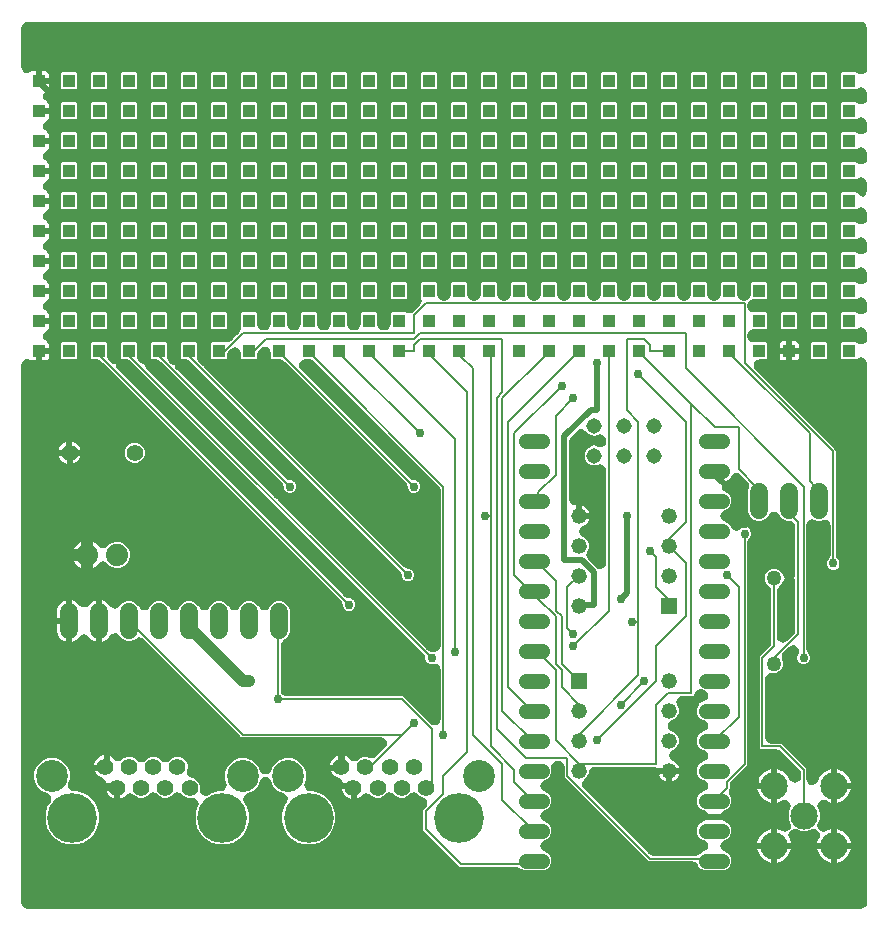
<source format=gbr>
G04 EAGLE Gerber RS-274X export*
G75*
%MOMM*%
%FSLAX34Y34*%
%LPD*%
%INBottom Copper*%
%IPPOS*%
%AMOC8*
5,1,8,0,0,1.08239X$1,22.5*%
G01*
G04 Define Apertures*
%ADD10C,1.400000*%
%ADD11C,1.524000*%
%ADD12C,1.260000*%
%ADD13C,1.308000*%
%ADD14C,1.308000*%
%ADD15R,1.320800X1.320800*%
%ADD16C,1.320800*%
%ADD17R,1.108000X1.108000*%
%ADD18C,1.397000*%
%ADD19C,2.705100*%
%ADD20C,4.216400*%
%ADD21C,2.324100*%
%ADD22C,1.879600*%
%ADD23C,0.152400*%
%ADD24C,0.756400*%
%ADD25C,0.508000*%
%ADD26C,1.016000*%
G36*
X710441Y-2138D02*
X708460Y-2540D01*
X2540Y-2540D01*
X709Y-2198D01*
X-994Y-1109D01*
X-2138Y559D01*
X-2540Y2540D01*
X-2540Y458204D01*
X-2227Y459959D01*
X-1165Y461679D01*
X484Y462849D01*
X2459Y463283D01*
X4447Y462912D01*
X5162Y462438D01*
X6655Y461820D01*
X11938Y461820D01*
X11938Y470662D01*
X20780Y470662D01*
X20780Y475945D01*
X20393Y476879D01*
X19679Y477593D01*
X18922Y477907D01*
X17420Y478868D01*
X16237Y480507D01*
X15788Y482479D01*
X16143Y484469D01*
X17246Y486163D01*
X18922Y487293D01*
X19679Y487607D01*
X20393Y488321D01*
X20780Y489255D01*
X20780Y494538D01*
X11938Y494538D01*
X11938Y496062D01*
X20780Y496062D01*
X20780Y501345D01*
X20393Y502279D01*
X19679Y502993D01*
X18922Y503307D01*
X17420Y504268D01*
X16237Y505907D01*
X15788Y507879D01*
X16143Y509869D01*
X17246Y511563D01*
X18922Y512693D01*
X19679Y513007D01*
X20393Y513721D01*
X20780Y514655D01*
X20780Y519938D01*
X11938Y519938D01*
X11938Y521462D01*
X20780Y521462D01*
X20780Y526745D01*
X20393Y527679D01*
X19679Y528393D01*
X18922Y528707D01*
X17420Y529668D01*
X16237Y531307D01*
X15788Y533279D01*
X16143Y535269D01*
X17246Y536963D01*
X18922Y538093D01*
X19679Y538407D01*
X20393Y539121D01*
X20780Y540055D01*
X20780Y545338D01*
X11938Y545338D01*
X11938Y546862D01*
X20780Y546862D01*
X20780Y552145D01*
X20393Y553079D01*
X19679Y553793D01*
X18922Y554107D01*
X17420Y555068D01*
X16237Y556707D01*
X15788Y558679D01*
X16143Y560669D01*
X17246Y562363D01*
X18922Y563493D01*
X19679Y563807D01*
X20393Y564521D01*
X20780Y565455D01*
X20780Y570738D01*
X11938Y570738D01*
X11938Y572262D01*
X20780Y572262D01*
X20780Y577545D01*
X20393Y578479D01*
X19679Y579193D01*
X18922Y579507D01*
X17420Y580468D01*
X16237Y582107D01*
X15788Y584079D01*
X16143Y586069D01*
X17246Y587763D01*
X18922Y588893D01*
X19679Y589207D01*
X20393Y589921D01*
X20780Y590855D01*
X20780Y596138D01*
X11938Y596138D01*
X11938Y597662D01*
X20780Y597662D01*
X20780Y602945D01*
X20393Y603879D01*
X19679Y604593D01*
X18922Y604907D01*
X17420Y605868D01*
X16237Y607507D01*
X15788Y609479D01*
X16143Y611469D01*
X17246Y613163D01*
X18922Y614293D01*
X19679Y614607D01*
X20393Y615321D01*
X20780Y616255D01*
X20780Y621538D01*
X11938Y621538D01*
X11938Y623062D01*
X20780Y623062D01*
X20780Y628345D01*
X20393Y629279D01*
X19679Y629993D01*
X18922Y630307D01*
X17420Y631268D01*
X16237Y632907D01*
X15788Y634879D01*
X16143Y636869D01*
X17246Y638563D01*
X18922Y639693D01*
X19679Y640007D01*
X20393Y640721D01*
X20780Y641655D01*
X20780Y646938D01*
X11938Y646938D01*
X11938Y648462D01*
X20780Y648462D01*
X20780Y653745D01*
X20393Y654679D01*
X19679Y655393D01*
X18922Y655707D01*
X17420Y656668D01*
X16237Y658307D01*
X15788Y660279D01*
X16143Y662269D01*
X17246Y663963D01*
X18922Y665093D01*
X19679Y665407D01*
X20393Y666121D01*
X20780Y667055D01*
X20780Y672338D01*
X11938Y672338D01*
X11938Y673862D01*
X20780Y673862D01*
X20780Y679145D01*
X20393Y680079D01*
X19679Y680793D01*
X18922Y681107D01*
X17420Y682068D01*
X16237Y683707D01*
X15788Y685679D01*
X16143Y687669D01*
X17246Y689363D01*
X18922Y690493D01*
X19679Y690807D01*
X20393Y691521D01*
X20780Y692455D01*
X20780Y697738D01*
X11938Y697738D01*
X11938Y706580D01*
X6655Y706580D01*
X5282Y706011D01*
X4669Y705584D01*
X2702Y705119D01*
X709Y705458D01*
X-994Y706547D01*
X-2138Y708215D01*
X-2540Y710196D01*
X-2540Y743460D01*
X-2198Y745291D01*
X-1109Y746994D01*
X559Y748138D01*
X2540Y748540D01*
X708460Y748540D01*
X710291Y748198D01*
X711994Y747109D01*
X713138Y745441D01*
X713540Y743460D01*
X713540Y708959D01*
X713227Y707204D01*
X712165Y705484D01*
X710516Y704314D01*
X708541Y703880D01*
X706553Y704251D01*
X704951Y705312D01*
X704343Y705564D01*
X692657Y705564D01*
X692097Y705332D01*
X691668Y704903D01*
X691436Y704343D01*
X691436Y692657D01*
X691668Y692097D01*
X692097Y691668D01*
X692657Y691436D01*
X704343Y691436D01*
X704941Y691684D01*
X706331Y692653D01*
X708298Y693118D01*
X710291Y692779D01*
X711994Y691689D01*
X713138Y690022D01*
X713540Y688041D01*
X713540Y683559D01*
X713227Y681804D01*
X712165Y680084D01*
X710516Y678914D01*
X708541Y678480D01*
X706553Y678851D01*
X704951Y679912D01*
X704343Y680164D01*
X692657Y680164D01*
X692097Y679932D01*
X691668Y679503D01*
X691436Y678943D01*
X691436Y667257D01*
X691668Y666697D01*
X692097Y666268D01*
X692657Y666036D01*
X704343Y666036D01*
X704941Y666284D01*
X706331Y667253D01*
X708298Y667718D01*
X710291Y667379D01*
X711994Y666289D01*
X713138Y664622D01*
X713540Y662641D01*
X713540Y658159D01*
X713227Y656404D01*
X712165Y654684D01*
X710516Y653514D01*
X708541Y653080D01*
X706553Y653451D01*
X704951Y654512D01*
X704343Y654764D01*
X692657Y654764D01*
X692097Y654532D01*
X691668Y654103D01*
X691436Y653543D01*
X691436Y641857D01*
X691668Y641297D01*
X692097Y640868D01*
X692657Y640636D01*
X704343Y640636D01*
X704941Y640884D01*
X706331Y641853D01*
X708298Y642318D01*
X710291Y641979D01*
X711994Y640889D01*
X713138Y639222D01*
X713540Y637241D01*
X713540Y632759D01*
X713227Y631004D01*
X712165Y629284D01*
X710516Y628114D01*
X708541Y627680D01*
X706553Y628051D01*
X704951Y629112D01*
X704343Y629364D01*
X692657Y629364D01*
X692097Y629132D01*
X691668Y628703D01*
X691436Y628143D01*
X691436Y616457D01*
X691668Y615897D01*
X692097Y615468D01*
X692657Y615236D01*
X704343Y615236D01*
X704941Y615484D01*
X706331Y616453D01*
X708298Y616918D01*
X710291Y616579D01*
X711994Y615489D01*
X713138Y613822D01*
X713540Y611841D01*
X713540Y607359D01*
X713227Y605604D01*
X712165Y603884D01*
X710516Y602714D01*
X708541Y602280D01*
X706553Y602651D01*
X704951Y603712D01*
X704343Y603964D01*
X692657Y603964D01*
X692097Y603732D01*
X691668Y603303D01*
X691436Y602743D01*
X691436Y591057D01*
X691668Y590497D01*
X692097Y590068D01*
X692657Y589836D01*
X704343Y589836D01*
X704941Y590084D01*
X706331Y591053D01*
X708298Y591518D01*
X710291Y591179D01*
X711994Y590089D01*
X713138Y588422D01*
X713540Y586441D01*
X713540Y581959D01*
X713227Y580204D01*
X712165Y578484D01*
X710516Y577314D01*
X708541Y576880D01*
X706553Y577251D01*
X704951Y578312D01*
X704343Y578564D01*
X692657Y578564D01*
X692097Y578332D01*
X691668Y577903D01*
X691436Y577343D01*
X691436Y565657D01*
X691668Y565097D01*
X692097Y564668D01*
X692657Y564436D01*
X704343Y564436D01*
X704941Y564684D01*
X706331Y565653D01*
X708298Y566118D01*
X710291Y565779D01*
X711994Y564689D01*
X713138Y563022D01*
X713540Y561041D01*
X713540Y556559D01*
X713227Y554804D01*
X712165Y553084D01*
X710516Y551914D01*
X708541Y551480D01*
X706553Y551851D01*
X704951Y552912D01*
X704343Y553164D01*
X692657Y553164D01*
X692097Y552932D01*
X691668Y552503D01*
X691436Y551943D01*
X691436Y540257D01*
X691668Y539697D01*
X692097Y539268D01*
X692657Y539036D01*
X704343Y539036D01*
X704941Y539284D01*
X706331Y540253D01*
X708298Y540718D01*
X710291Y540379D01*
X711994Y539289D01*
X713138Y537622D01*
X713540Y535641D01*
X713540Y531159D01*
X713227Y529404D01*
X712165Y527684D01*
X710516Y526514D01*
X708541Y526080D01*
X706553Y526451D01*
X704951Y527512D01*
X704343Y527764D01*
X692657Y527764D01*
X692097Y527532D01*
X691668Y527103D01*
X691436Y526543D01*
X691436Y514857D01*
X691668Y514297D01*
X692097Y513868D01*
X692657Y513636D01*
X704343Y513636D01*
X704941Y513884D01*
X706331Y514853D01*
X708298Y515318D01*
X710291Y514979D01*
X711994Y513889D01*
X713138Y512222D01*
X713540Y510241D01*
X713540Y505759D01*
X713227Y504004D01*
X712165Y502284D01*
X710516Y501114D01*
X708541Y500680D01*
X706553Y501051D01*
X704951Y502112D01*
X704343Y502364D01*
X692657Y502364D01*
X692097Y502132D01*
X691668Y501703D01*
X691436Y501143D01*
X691436Y489457D01*
X691668Y488897D01*
X692097Y488468D01*
X692657Y488236D01*
X704343Y488236D01*
X704941Y488484D01*
X706331Y489453D01*
X708298Y489918D01*
X710291Y489579D01*
X711994Y488489D01*
X713138Y486822D01*
X713540Y484841D01*
X713540Y480359D01*
X713227Y478604D01*
X712165Y476884D01*
X710516Y475714D01*
X708541Y475280D01*
X706553Y475651D01*
X704951Y476712D01*
X704343Y476964D01*
X692657Y476964D01*
X692097Y476732D01*
X691668Y476303D01*
X691436Y475743D01*
X691436Y464057D01*
X691668Y463497D01*
X692097Y463068D01*
X692657Y462836D01*
X704343Y462836D01*
X704941Y463084D01*
X706331Y464053D01*
X708298Y464518D01*
X710291Y464179D01*
X711994Y463089D01*
X713138Y461422D01*
X713540Y459441D01*
X713540Y2540D01*
X713198Y709D01*
X712109Y-994D01*
X710441Y-2138D01*
G37*
%LPC*%
G36*
X13462Y699262D02*
X20780Y699262D01*
X20780Y704545D01*
X20393Y705479D01*
X19679Y706193D01*
X18745Y706580D01*
X13462Y706580D01*
X13462Y699262D01*
G37*
G36*
X32257Y691436D02*
X43943Y691436D01*
X44503Y691668D01*
X44932Y692097D01*
X45164Y692657D01*
X45164Y704343D01*
X44932Y704903D01*
X44503Y705332D01*
X43943Y705564D01*
X32257Y705564D01*
X31697Y705332D01*
X31268Y704903D01*
X31036Y704343D01*
X31036Y692657D01*
X31268Y692097D01*
X31697Y691668D01*
X32257Y691436D01*
G37*
G36*
X641857Y691436D02*
X653543Y691436D01*
X654103Y691668D01*
X654532Y692097D01*
X654764Y692657D01*
X654764Y704343D01*
X654532Y704903D01*
X654103Y705332D01*
X653543Y705564D01*
X641857Y705564D01*
X641297Y705332D01*
X640868Y704903D01*
X640636Y704343D01*
X640636Y692657D01*
X640868Y692097D01*
X641297Y691668D01*
X641857Y691436D01*
G37*
G36*
X616457Y691436D02*
X628143Y691436D01*
X628703Y691668D01*
X629132Y692097D01*
X629364Y692657D01*
X629364Y704343D01*
X629132Y704903D01*
X628703Y705332D01*
X628143Y705564D01*
X616457Y705564D01*
X615897Y705332D01*
X615468Y704903D01*
X615236Y704343D01*
X615236Y692657D01*
X615468Y692097D01*
X615897Y691668D01*
X616457Y691436D01*
G37*
G36*
X591057Y691436D02*
X602743Y691436D01*
X603303Y691668D01*
X603732Y692097D01*
X603964Y692657D01*
X603964Y704343D01*
X603732Y704903D01*
X603303Y705332D01*
X602743Y705564D01*
X591057Y705564D01*
X590497Y705332D01*
X590068Y704903D01*
X589836Y704343D01*
X589836Y692657D01*
X590068Y692097D01*
X590497Y691668D01*
X591057Y691436D01*
G37*
G36*
X133857Y691436D02*
X145543Y691436D01*
X146103Y691668D01*
X146532Y692097D01*
X146764Y692657D01*
X146764Y704343D01*
X146532Y704903D01*
X146103Y705332D01*
X145543Y705564D01*
X133857Y705564D01*
X133297Y705332D01*
X132868Y704903D01*
X132636Y704343D01*
X132636Y692657D01*
X132868Y692097D01*
X133297Y691668D01*
X133857Y691436D01*
G37*
G36*
X540257Y691436D02*
X551943Y691436D01*
X552503Y691668D01*
X552932Y692097D01*
X553164Y692657D01*
X553164Y704343D01*
X552932Y704903D01*
X552503Y705332D01*
X551943Y705564D01*
X540257Y705564D01*
X539697Y705332D01*
X539268Y704903D01*
X539036Y704343D01*
X539036Y692657D01*
X539268Y692097D01*
X539697Y691668D01*
X540257Y691436D01*
G37*
G36*
X260857Y691436D02*
X272543Y691436D01*
X273103Y691668D01*
X273532Y692097D01*
X273764Y692657D01*
X273764Y704343D01*
X273532Y704903D01*
X273103Y705332D01*
X272543Y705564D01*
X260857Y705564D01*
X260297Y705332D01*
X259868Y704903D01*
X259636Y704343D01*
X259636Y692657D01*
X259868Y692097D01*
X260297Y691668D01*
X260857Y691436D01*
G37*
G36*
X489457Y691436D02*
X501143Y691436D01*
X501703Y691668D01*
X502132Y692097D01*
X502364Y692657D01*
X502364Y704343D01*
X502132Y704903D01*
X501703Y705332D01*
X501143Y705564D01*
X489457Y705564D01*
X488897Y705332D01*
X488468Y704903D01*
X488236Y704343D01*
X488236Y692657D01*
X488468Y692097D01*
X488897Y691668D01*
X489457Y691436D01*
G37*
G36*
X565657Y691436D02*
X577343Y691436D01*
X577903Y691668D01*
X578332Y692097D01*
X578564Y692657D01*
X578564Y704343D01*
X578332Y704903D01*
X577903Y705332D01*
X577343Y705564D01*
X565657Y705564D01*
X565097Y705332D01*
X564668Y704903D01*
X564436Y704343D01*
X564436Y692657D01*
X564668Y692097D01*
X565097Y691668D01*
X565657Y691436D01*
G37*
G36*
X210057Y691436D02*
X221743Y691436D01*
X222303Y691668D01*
X222732Y692097D01*
X222964Y692657D01*
X222964Y704343D01*
X222732Y704903D01*
X222303Y705332D01*
X221743Y705564D01*
X210057Y705564D01*
X209497Y705332D01*
X209068Y704903D01*
X208836Y704343D01*
X208836Y692657D01*
X209068Y692097D01*
X209497Y691668D01*
X210057Y691436D01*
G37*
G36*
X184657Y691436D02*
X196343Y691436D01*
X196903Y691668D01*
X197332Y692097D01*
X197564Y692657D01*
X197564Y704343D01*
X197332Y704903D01*
X196903Y705332D01*
X196343Y705564D01*
X184657Y705564D01*
X184097Y705332D01*
X183668Y704903D01*
X183436Y704343D01*
X183436Y692657D01*
X183668Y692097D01*
X184097Y691668D01*
X184657Y691436D01*
G37*
G36*
X438657Y691436D02*
X450343Y691436D01*
X450903Y691668D01*
X451332Y692097D01*
X451564Y692657D01*
X451564Y704343D01*
X451332Y704903D01*
X450903Y705332D01*
X450343Y705564D01*
X438657Y705564D01*
X438097Y705332D01*
X437668Y704903D01*
X437436Y704343D01*
X437436Y692657D01*
X437668Y692097D01*
X438097Y691668D01*
X438657Y691436D01*
G37*
G36*
X159257Y691436D02*
X170943Y691436D01*
X171503Y691668D01*
X171932Y692097D01*
X172164Y692657D01*
X172164Y704343D01*
X171932Y704903D01*
X171503Y705332D01*
X170943Y705564D01*
X159257Y705564D01*
X158697Y705332D01*
X158268Y704903D01*
X158036Y704343D01*
X158036Y692657D01*
X158268Y692097D01*
X158697Y691668D01*
X159257Y691436D01*
G37*
G36*
X514857Y691436D02*
X526543Y691436D01*
X527103Y691668D01*
X527532Y692097D01*
X527764Y692657D01*
X527764Y704343D01*
X527532Y704903D01*
X527103Y705332D01*
X526543Y705564D01*
X514857Y705564D01*
X514297Y705332D01*
X513868Y704903D01*
X513636Y704343D01*
X513636Y692657D01*
X513868Y692097D01*
X514297Y691668D01*
X514857Y691436D01*
G37*
G36*
X413257Y691436D02*
X424943Y691436D01*
X425503Y691668D01*
X425932Y692097D01*
X426164Y692657D01*
X426164Y704343D01*
X425932Y704903D01*
X425503Y705332D01*
X424943Y705564D01*
X413257Y705564D01*
X412697Y705332D01*
X412268Y704903D01*
X412036Y704343D01*
X412036Y692657D01*
X412268Y692097D01*
X412697Y691668D01*
X413257Y691436D01*
G37*
G36*
X235457Y691436D02*
X247143Y691436D01*
X247703Y691668D01*
X248132Y692097D01*
X248364Y692657D01*
X248364Y704343D01*
X248132Y704903D01*
X247703Y705332D01*
X247143Y705564D01*
X235457Y705564D01*
X234897Y705332D01*
X234468Y704903D01*
X234236Y704343D01*
X234236Y692657D01*
X234468Y692097D01*
X234897Y691668D01*
X235457Y691436D01*
G37*
G36*
X667257Y691436D02*
X678943Y691436D01*
X679503Y691668D01*
X679932Y692097D01*
X680164Y692657D01*
X680164Y704343D01*
X679932Y704903D01*
X679503Y705332D01*
X678943Y705564D01*
X667257Y705564D01*
X666697Y705332D01*
X666268Y704903D01*
X666036Y704343D01*
X666036Y692657D01*
X666268Y692097D01*
X666697Y691668D01*
X667257Y691436D01*
G37*
G36*
X387857Y691436D02*
X399543Y691436D01*
X400103Y691668D01*
X400532Y692097D01*
X400764Y692657D01*
X400764Y704343D01*
X400532Y704903D01*
X400103Y705332D01*
X399543Y705564D01*
X387857Y705564D01*
X387297Y705332D01*
X386868Y704903D01*
X386636Y704343D01*
X386636Y692657D01*
X386868Y692097D01*
X387297Y691668D01*
X387857Y691436D01*
G37*
G36*
X362457Y691436D02*
X374143Y691436D01*
X374703Y691668D01*
X375132Y692097D01*
X375364Y692657D01*
X375364Y704343D01*
X375132Y704903D01*
X374703Y705332D01*
X374143Y705564D01*
X362457Y705564D01*
X361897Y705332D01*
X361468Y704903D01*
X361236Y704343D01*
X361236Y692657D01*
X361468Y692097D01*
X361897Y691668D01*
X362457Y691436D01*
G37*
G36*
X464057Y691436D02*
X475743Y691436D01*
X476303Y691668D01*
X476732Y692097D01*
X476964Y692657D01*
X476964Y704343D01*
X476732Y704903D01*
X476303Y705332D01*
X475743Y705564D01*
X464057Y705564D01*
X463497Y705332D01*
X463068Y704903D01*
X462836Y704343D01*
X462836Y692657D01*
X463068Y692097D01*
X463497Y691668D01*
X464057Y691436D01*
G37*
G36*
X286257Y691436D02*
X297943Y691436D01*
X298503Y691668D01*
X298932Y692097D01*
X299164Y692657D01*
X299164Y704343D01*
X298932Y704903D01*
X298503Y705332D01*
X297943Y705564D01*
X286257Y705564D01*
X285697Y705332D01*
X285268Y704903D01*
X285036Y704343D01*
X285036Y692657D01*
X285268Y692097D01*
X285697Y691668D01*
X286257Y691436D01*
G37*
G36*
X108457Y691436D02*
X120143Y691436D01*
X120703Y691668D01*
X121132Y692097D01*
X121364Y692657D01*
X121364Y704343D01*
X121132Y704903D01*
X120703Y705332D01*
X120143Y705564D01*
X108457Y705564D01*
X107897Y705332D01*
X107468Y704903D01*
X107236Y704343D01*
X107236Y692657D01*
X107468Y692097D01*
X107897Y691668D01*
X108457Y691436D01*
G37*
G36*
X83057Y691436D02*
X94743Y691436D01*
X95303Y691668D01*
X95732Y692097D01*
X95964Y692657D01*
X95964Y704343D01*
X95732Y704903D01*
X95303Y705332D01*
X94743Y705564D01*
X83057Y705564D01*
X82497Y705332D01*
X82068Y704903D01*
X81836Y704343D01*
X81836Y692657D01*
X82068Y692097D01*
X82497Y691668D01*
X83057Y691436D01*
G37*
G36*
X57657Y691436D02*
X69343Y691436D01*
X69903Y691668D01*
X70332Y692097D01*
X70564Y692657D01*
X70564Y704343D01*
X70332Y704903D01*
X69903Y705332D01*
X69343Y705564D01*
X57657Y705564D01*
X57097Y705332D01*
X56668Y704903D01*
X56436Y704343D01*
X56436Y692657D01*
X56668Y692097D01*
X57097Y691668D01*
X57657Y691436D01*
G37*
G36*
X337057Y691436D02*
X348743Y691436D01*
X349303Y691668D01*
X349732Y692097D01*
X349964Y692657D01*
X349964Y704343D01*
X349732Y704903D01*
X349303Y705332D01*
X348743Y705564D01*
X337057Y705564D01*
X336497Y705332D01*
X336068Y704903D01*
X335836Y704343D01*
X335836Y692657D01*
X336068Y692097D01*
X336497Y691668D01*
X337057Y691436D01*
G37*
G36*
X311657Y691436D02*
X323343Y691436D01*
X323903Y691668D01*
X324332Y692097D01*
X324564Y692657D01*
X324564Y704343D01*
X324332Y704903D01*
X323903Y705332D01*
X323343Y705564D01*
X311657Y705564D01*
X311097Y705332D01*
X310668Y704903D01*
X310436Y704343D01*
X310436Y692657D01*
X310668Y692097D01*
X311097Y691668D01*
X311657Y691436D01*
G37*
G36*
X464057Y666036D02*
X475743Y666036D01*
X476303Y666268D01*
X476732Y666697D01*
X476964Y667257D01*
X476964Y678943D01*
X476732Y679503D01*
X476303Y679932D01*
X475743Y680164D01*
X464057Y680164D01*
X463497Y679932D01*
X463068Y679503D01*
X462836Y678943D01*
X462836Y667257D01*
X463068Y666697D01*
X463497Y666268D01*
X464057Y666036D01*
G37*
G36*
X286257Y666036D02*
X297943Y666036D01*
X298503Y666268D01*
X298932Y666697D01*
X299164Y667257D01*
X299164Y678943D01*
X298932Y679503D01*
X298503Y679932D01*
X297943Y680164D01*
X286257Y680164D01*
X285697Y679932D01*
X285268Y679503D01*
X285036Y678943D01*
X285036Y667257D01*
X285268Y666697D01*
X285697Y666268D01*
X286257Y666036D01*
G37*
G36*
X438657Y666036D02*
X450343Y666036D01*
X450903Y666268D01*
X451332Y666697D01*
X451564Y667257D01*
X451564Y678943D01*
X451332Y679503D01*
X450903Y679932D01*
X450343Y680164D01*
X438657Y680164D01*
X438097Y679932D01*
X437668Y679503D01*
X437436Y678943D01*
X437436Y667257D01*
X437668Y666697D01*
X438097Y666268D01*
X438657Y666036D01*
G37*
G36*
X413257Y666036D02*
X424943Y666036D01*
X425503Y666268D01*
X425932Y666697D01*
X426164Y667257D01*
X426164Y678943D01*
X425932Y679503D01*
X425503Y679932D01*
X424943Y680164D01*
X413257Y680164D01*
X412697Y679932D01*
X412268Y679503D01*
X412036Y678943D01*
X412036Y667257D01*
X412268Y666697D01*
X412697Y666268D01*
X413257Y666036D01*
G37*
G36*
X387857Y666036D02*
X399543Y666036D01*
X400103Y666268D01*
X400532Y666697D01*
X400764Y667257D01*
X400764Y678943D01*
X400532Y679503D01*
X400103Y679932D01*
X399543Y680164D01*
X387857Y680164D01*
X387297Y679932D01*
X386868Y679503D01*
X386636Y678943D01*
X386636Y667257D01*
X386868Y666697D01*
X387297Y666268D01*
X387857Y666036D01*
G37*
G36*
X362457Y666036D02*
X374143Y666036D01*
X374703Y666268D01*
X375132Y666697D01*
X375364Y667257D01*
X375364Y678943D01*
X375132Y679503D01*
X374703Y679932D01*
X374143Y680164D01*
X362457Y680164D01*
X361897Y679932D01*
X361468Y679503D01*
X361236Y678943D01*
X361236Y667257D01*
X361468Y666697D01*
X361897Y666268D01*
X362457Y666036D01*
G37*
G36*
X337057Y666036D02*
X348743Y666036D01*
X349303Y666268D01*
X349732Y666697D01*
X349964Y667257D01*
X349964Y678943D01*
X349732Y679503D01*
X349303Y679932D01*
X348743Y680164D01*
X337057Y680164D01*
X336497Y679932D01*
X336068Y679503D01*
X335836Y678943D01*
X335836Y667257D01*
X336068Y666697D01*
X336497Y666268D01*
X337057Y666036D01*
G37*
G36*
X311657Y666036D02*
X323343Y666036D01*
X323903Y666268D01*
X324332Y666697D01*
X324564Y667257D01*
X324564Y678943D01*
X324332Y679503D01*
X323903Y679932D01*
X323343Y680164D01*
X311657Y680164D01*
X311097Y679932D01*
X310668Y679503D01*
X310436Y678943D01*
X310436Y667257D01*
X310668Y666697D01*
X311097Y666268D01*
X311657Y666036D01*
G37*
G36*
X260857Y666036D02*
X272543Y666036D01*
X273103Y666268D01*
X273532Y666697D01*
X273764Y667257D01*
X273764Y678943D01*
X273532Y679503D01*
X273103Y679932D01*
X272543Y680164D01*
X260857Y680164D01*
X260297Y679932D01*
X259868Y679503D01*
X259636Y678943D01*
X259636Y667257D01*
X259868Y666697D01*
X260297Y666268D01*
X260857Y666036D01*
G37*
G36*
X235457Y666036D02*
X247143Y666036D01*
X247703Y666268D01*
X248132Y666697D01*
X248364Y667257D01*
X248364Y678943D01*
X248132Y679503D01*
X247703Y679932D01*
X247143Y680164D01*
X235457Y680164D01*
X234897Y679932D01*
X234468Y679503D01*
X234236Y678943D01*
X234236Y667257D01*
X234468Y666697D01*
X234897Y666268D01*
X235457Y666036D01*
G37*
G36*
X210057Y666036D02*
X221743Y666036D01*
X222303Y666268D01*
X222732Y666697D01*
X222964Y667257D01*
X222964Y678943D01*
X222732Y679503D01*
X222303Y679932D01*
X221743Y680164D01*
X210057Y680164D01*
X209497Y679932D01*
X209068Y679503D01*
X208836Y678943D01*
X208836Y667257D01*
X209068Y666697D01*
X209497Y666268D01*
X210057Y666036D01*
G37*
G36*
X184657Y666036D02*
X196343Y666036D01*
X196903Y666268D01*
X197332Y666697D01*
X197564Y667257D01*
X197564Y678943D01*
X197332Y679503D01*
X196903Y679932D01*
X196343Y680164D01*
X184657Y680164D01*
X184097Y679932D01*
X183668Y679503D01*
X183436Y678943D01*
X183436Y667257D01*
X183668Y666697D01*
X184097Y666268D01*
X184657Y666036D01*
G37*
G36*
X159257Y666036D02*
X170943Y666036D01*
X171503Y666268D01*
X171932Y666697D01*
X172164Y667257D01*
X172164Y678943D01*
X171932Y679503D01*
X171503Y679932D01*
X170943Y680164D01*
X159257Y680164D01*
X158697Y679932D01*
X158268Y679503D01*
X158036Y678943D01*
X158036Y667257D01*
X158268Y666697D01*
X158697Y666268D01*
X159257Y666036D01*
G37*
G36*
X133857Y666036D02*
X145543Y666036D01*
X146103Y666268D01*
X146532Y666697D01*
X146764Y667257D01*
X146764Y678943D01*
X146532Y679503D01*
X146103Y679932D01*
X145543Y680164D01*
X133857Y680164D01*
X133297Y679932D01*
X132868Y679503D01*
X132636Y678943D01*
X132636Y667257D01*
X132868Y666697D01*
X133297Y666268D01*
X133857Y666036D01*
G37*
G36*
X108457Y666036D02*
X120143Y666036D01*
X120703Y666268D01*
X121132Y666697D01*
X121364Y667257D01*
X121364Y678943D01*
X121132Y679503D01*
X120703Y679932D01*
X120143Y680164D01*
X108457Y680164D01*
X107897Y679932D01*
X107468Y679503D01*
X107236Y678943D01*
X107236Y667257D01*
X107468Y666697D01*
X107897Y666268D01*
X108457Y666036D01*
G37*
G36*
X83057Y666036D02*
X94743Y666036D01*
X95303Y666268D01*
X95732Y666697D01*
X95964Y667257D01*
X95964Y678943D01*
X95732Y679503D01*
X95303Y679932D01*
X94743Y680164D01*
X83057Y680164D01*
X82497Y679932D01*
X82068Y679503D01*
X81836Y678943D01*
X81836Y667257D01*
X82068Y666697D01*
X82497Y666268D01*
X83057Y666036D01*
G37*
G36*
X57657Y666036D02*
X69343Y666036D01*
X69903Y666268D01*
X70332Y666697D01*
X70564Y667257D01*
X70564Y678943D01*
X70332Y679503D01*
X69903Y679932D01*
X69343Y680164D01*
X57657Y680164D01*
X57097Y679932D01*
X56668Y679503D01*
X56436Y678943D01*
X56436Y667257D01*
X56668Y666697D01*
X57097Y666268D01*
X57657Y666036D01*
G37*
G36*
X565657Y666036D02*
X577343Y666036D01*
X577903Y666268D01*
X578332Y666697D01*
X578564Y667257D01*
X578564Y678943D01*
X578332Y679503D01*
X577903Y679932D01*
X577343Y680164D01*
X565657Y680164D01*
X565097Y679932D01*
X564668Y679503D01*
X564436Y678943D01*
X564436Y667257D01*
X564668Y666697D01*
X565097Y666268D01*
X565657Y666036D01*
G37*
G36*
X667257Y666036D02*
X678943Y666036D01*
X679503Y666268D01*
X679932Y666697D01*
X680164Y667257D01*
X680164Y678943D01*
X679932Y679503D01*
X679503Y679932D01*
X678943Y680164D01*
X667257Y680164D01*
X666697Y679932D01*
X666268Y679503D01*
X666036Y678943D01*
X666036Y667257D01*
X666268Y666697D01*
X666697Y666268D01*
X667257Y666036D01*
G37*
G36*
X641857Y666036D02*
X653543Y666036D01*
X654103Y666268D01*
X654532Y666697D01*
X654764Y667257D01*
X654764Y678943D01*
X654532Y679503D01*
X654103Y679932D01*
X653543Y680164D01*
X641857Y680164D01*
X641297Y679932D01*
X640868Y679503D01*
X640636Y678943D01*
X640636Y667257D01*
X640868Y666697D01*
X641297Y666268D01*
X641857Y666036D01*
G37*
G36*
X616457Y666036D02*
X628143Y666036D01*
X628703Y666268D01*
X629132Y666697D01*
X629364Y667257D01*
X629364Y678943D01*
X629132Y679503D01*
X628703Y679932D01*
X628143Y680164D01*
X616457Y680164D01*
X615897Y679932D01*
X615468Y679503D01*
X615236Y678943D01*
X615236Y667257D01*
X615468Y666697D01*
X615897Y666268D01*
X616457Y666036D01*
G37*
G36*
X591057Y666036D02*
X602743Y666036D01*
X603303Y666268D01*
X603732Y666697D01*
X603964Y667257D01*
X603964Y678943D01*
X603732Y679503D01*
X603303Y679932D01*
X602743Y680164D01*
X591057Y680164D01*
X590497Y679932D01*
X590068Y679503D01*
X589836Y678943D01*
X589836Y667257D01*
X590068Y666697D01*
X590497Y666268D01*
X591057Y666036D01*
G37*
G36*
X32257Y666036D02*
X43943Y666036D01*
X44503Y666268D01*
X44932Y666697D01*
X45164Y667257D01*
X45164Y678943D01*
X44932Y679503D01*
X44503Y679932D01*
X43943Y680164D01*
X32257Y680164D01*
X31697Y679932D01*
X31268Y679503D01*
X31036Y678943D01*
X31036Y667257D01*
X31268Y666697D01*
X31697Y666268D01*
X32257Y666036D01*
G37*
G36*
X540257Y666036D02*
X551943Y666036D01*
X552503Y666268D01*
X552932Y666697D01*
X553164Y667257D01*
X553164Y678943D01*
X552932Y679503D01*
X552503Y679932D01*
X551943Y680164D01*
X540257Y680164D01*
X539697Y679932D01*
X539268Y679503D01*
X539036Y678943D01*
X539036Y667257D01*
X539268Y666697D01*
X539697Y666268D01*
X540257Y666036D01*
G37*
G36*
X514857Y666036D02*
X526543Y666036D01*
X527103Y666268D01*
X527532Y666697D01*
X527764Y667257D01*
X527764Y678943D01*
X527532Y679503D01*
X527103Y679932D01*
X526543Y680164D01*
X514857Y680164D01*
X514297Y679932D01*
X513868Y679503D01*
X513636Y678943D01*
X513636Y667257D01*
X513868Y666697D01*
X514297Y666268D01*
X514857Y666036D01*
G37*
G36*
X489457Y666036D02*
X501143Y666036D01*
X501703Y666268D01*
X502132Y666697D01*
X502364Y667257D01*
X502364Y678943D01*
X502132Y679503D01*
X501703Y679932D01*
X501143Y680164D01*
X489457Y680164D01*
X488897Y679932D01*
X488468Y679503D01*
X488236Y678943D01*
X488236Y667257D01*
X488468Y666697D01*
X488897Y666268D01*
X489457Y666036D01*
G37*
G36*
X235457Y640636D02*
X247143Y640636D01*
X247703Y640868D01*
X248132Y641297D01*
X248364Y641857D01*
X248364Y653543D01*
X248132Y654103D01*
X247703Y654532D01*
X247143Y654764D01*
X235457Y654764D01*
X234897Y654532D01*
X234468Y654103D01*
X234236Y653543D01*
X234236Y641857D01*
X234468Y641297D01*
X234897Y640868D01*
X235457Y640636D01*
G37*
G36*
X387857Y640636D02*
X399543Y640636D01*
X400103Y640868D01*
X400532Y641297D01*
X400764Y641857D01*
X400764Y653543D01*
X400532Y654103D01*
X400103Y654532D01*
X399543Y654764D01*
X387857Y654764D01*
X387297Y654532D01*
X386868Y654103D01*
X386636Y653543D01*
X386636Y641857D01*
X386868Y641297D01*
X387297Y640868D01*
X387857Y640636D01*
G37*
G36*
X362457Y640636D02*
X374143Y640636D01*
X374703Y640868D01*
X375132Y641297D01*
X375364Y641857D01*
X375364Y653543D01*
X375132Y654103D01*
X374703Y654532D01*
X374143Y654764D01*
X362457Y654764D01*
X361897Y654532D01*
X361468Y654103D01*
X361236Y653543D01*
X361236Y641857D01*
X361468Y641297D01*
X361897Y640868D01*
X362457Y640636D01*
G37*
G36*
X337057Y640636D02*
X348743Y640636D01*
X349303Y640868D01*
X349732Y641297D01*
X349964Y641857D01*
X349964Y653543D01*
X349732Y654103D01*
X349303Y654532D01*
X348743Y654764D01*
X337057Y654764D01*
X336497Y654532D01*
X336068Y654103D01*
X335836Y653543D01*
X335836Y641857D01*
X336068Y641297D01*
X336497Y640868D01*
X337057Y640636D01*
G37*
G36*
X311657Y640636D02*
X323343Y640636D01*
X323903Y640868D01*
X324332Y641297D01*
X324564Y641857D01*
X324564Y653543D01*
X324332Y654103D01*
X323903Y654532D01*
X323343Y654764D01*
X311657Y654764D01*
X311097Y654532D01*
X310668Y654103D01*
X310436Y653543D01*
X310436Y641857D01*
X310668Y641297D01*
X311097Y640868D01*
X311657Y640636D01*
G37*
G36*
X286257Y640636D02*
X297943Y640636D01*
X298503Y640868D01*
X298932Y641297D01*
X299164Y641857D01*
X299164Y653543D01*
X298932Y654103D01*
X298503Y654532D01*
X297943Y654764D01*
X286257Y654764D01*
X285697Y654532D01*
X285268Y654103D01*
X285036Y653543D01*
X285036Y641857D01*
X285268Y641297D01*
X285697Y640868D01*
X286257Y640636D01*
G37*
G36*
X260857Y640636D02*
X272543Y640636D01*
X273103Y640868D01*
X273532Y641297D01*
X273764Y641857D01*
X273764Y653543D01*
X273532Y654103D01*
X273103Y654532D01*
X272543Y654764D01*
X260857Y654764D01*
X260297Y654532D01*
X259868Y654103D01*
X259636Y653543D01*
X259636Y641857D01*
X259868Y641297D01*
X260297Y640868D01*
X260857Y640636D01*
G37*
G36*
X210057Y640636D02*
X221743Y640636D01*
X222303Y640868D01*
X222732Y641297D01*
X222964Y641857D01*
X222964Y653543D01*
X222732Y654103D01*
X222303Y654532D01*
X221743Y654764D01*
X210057Y654764D01*
X209497Y654532D01*
X209068Y654103D01*
X208836Y653543D01*
X208836Y641857D01*
X209068Y641297D01*
X209497Y640868D01*
X210057Y640636D01*
G37*
G36*
X184657Y640636D02*
X196343Y640636D01*
X196903Y640868D01*
X197332Y641297D01*
X197564Y641857D01*
X197564Y653543D01*
X197332Y654103D01*
X196903Y654532D01*
X196343Y654764D01*
X184657Y654764D01*
X184097Y654532D01*
X183668Y654103D01*
X183436Y653543D01*
X183436Y641857D01*
X183668Y641297D01*
X184097Y640868D01*
X184657Y640636D01*
G37*
G36*
X32257Y640636D02*
X43943Y640636D01*
X44503Y640868D01*
X44932Y641297D01*
X45164Y641857D01*
X45164Y653543D01*
X44932Y654103D01*
X44503Y654532D01*
X43943Y654764D01*
X32257Y654764D01*
X31697Y654532D01*
X31268Y654103D01*
X31036Y653543D01*
X31036Y641857D01*
X31268Y641297D01*
X31697Y640868D01*
X32257Y640636D01*
G37*
G36*
X133857Y640636D02*
X145543Y640636D01*
X146103Y640868D01*
X146532Y641297D01*
X146764Y641857D01*
X146764Y653543D01*
X146532Y654103D01*
X146103Y654532D01*
X145543Y654764D01*
X133857Y654764D01*
X133297Y654532D01*
X132868Y654103D01*
X132636Y653543D01*
X132636Y641857D01*
X132868Y641297D01*
X133297Y640868D01*
X133857Y640636D01*
G37*
G36*
X108457Y640636D02*
X120143Y640636D01*
X120703Y640868D01*
X121132Y641297D01*
X121364Y641857D01*
X121364Y653543D01*
X121132Y654103D01*
X120703Y654532D01*
X120143Y654764D01*
X108457Y654764D01*
X107897Y654532D01*
X107468Y654103D01*
X107236Y653543D01*
X107236Y641857D01*
X107468Y641297D01*
X107897Y640868D01*
X108457Y640636D01*
G37*
G36*
X83057Y640636D02*
X94743Y640636D01*
X95303Y640868D01*
X95732Y641297D01*
X95964Y641857D01*
X95964Y653543D01*
X95732Y654103D01*
X95303Y654532D01*
X94743Y654764D01*
X83057Y654764D01*
X82497Y654532D01*
X82068Y654103D01*
X81836Y653543D01*
X81836Y641857D01*
X82068Y641297D01*
X82497Y640868D01*
X83057Y640636D01*
G37*
G36*
X159257Y640636D02*
X170943Y640636D01*
X171503Y640868D01*
X171932Y641297D01*
X172164Y641857D01*
X172164Y653543D01*
X171932Y654103D01*
X171503Y654532D01*
X170943Y654764D01*
X159257Y654764D01*
X158697Y654532D01*
X158268Y654103D01*
X158036Y653543D01*
X158036Y641857D01*
X158268Y641297D01*
X158697Y640868D01*
X159257Y640636D01*
G37*
G36*
X616457Y640636D02*
X628143Y640636D01*
X628703Y640868D01*
X629132Y641297D01*
X629364Y641857D01*
X629364Y653543D01*
X629132Y654103D01*
X628703Y654532D01*
X628143Y654764D01*
X616457Y654764D01*
X615897Y654532D01*
X615468Y654103D01*
X615236Y653543D01*
X615236Y641857D01*
X615468Y641297D01*
X615897Y640868D01*
X616457Y640636D01*
G37*
G36*
X413257Y640636D02*
X424943Y640636D01*
X425503Y640868D01*
X425932Y641297D01*
X426164Y641857D01*
X426164Y653543D01*
X425932Y654103D01*
X425503Y654532D01*
X424943Y654764D01*
X413257Y654764D01*
X412697Y654532D01*
X412268Y654103D01*
X412036Y653543D01*
X412036Y641857D01*
X412268Y641297D01*
X412697Y640868D01*
X413257Y640636D01*
G37*
G36*
X565657Y640636D02*
X577343Y640636D01*
X577903Y640868D01*
X578332Y641297D01*
X578564Y641857D01*
X578564Y653543D01*
X578332Y654103D01*
X577903Y654532D01*
X577343Y654764D01*
X565657Y654764D01*
X565097Y654532D01*
X564668Y654103D01*
X564436Y653543D01*
X564436Y641857D01*
X564668Y641297D01*
X565097Y640868D01*
X565657Y640636D01*
G37*
G36*
X540257Y640636D02*
X551943Y640636D01*
X552503Y640868D01*
X552932Y641297D01*
X553164Y641857D01*
X553164Y653543D01*
X552932Y654103D01*
X552503Y654532D01*
X551943Y654764D01*
X540257Y654764D01*
X539697Y654532D01*
X539268Y654103D01*
X539036Y653543D01*
X539036Y641857D01*
X539268Y641297D01*
X539697Y640868D01*
X540257Y640636D01*
G37*
G36*
X514857Y640636D02*
X526543Y640636D01*
X527103Y640868D01*
X527532Y641297D01*
X527764Y641857D01*
X527764Y653543D01*
X527532Y654103D01*
X527103Y654532D01*
X526543Y654764D01*
X514857Y654764D01*
X514297Y654532D01*
X513868Y654103D01*
X513636Y653543D01*
X513636Y641857D01*
X513868Y641297D01*
X514297Y640868D01*
X514857Y640636D01*
G37*
G36*
X489457Y640636D02*
X501143Y640636D01*
X501703Y640868D01*
X502132Y641297D01*
X502364Y641857D01*
X502364Y653543D01*
X502132Y654103D01*
X501703Y654532D01*
X501143Y654764D01*
X489457Y654764D01*
X488897Y654532D01*
X488468Y654103D01*
X488236Y653543D01*
X488236Y641857D01*
X488468Y641297D01*
X488897Y640868D01*
X489457Y640636D01*
G37*
G36*
X464057Y640636D02*
X475743Y640636D01*
X476303Y640868D01*
X476732Y641297D01*
X476964Y641857D01*
X476964Y653543D01*
X476732Y654103D01*
X476303Y654532D01*
X475743Y654764D01*
X464057Y654764D01*
X463497Y654532D01*
X463068Y654103D01*
X462836Y653543D01*
X462836Y641857D01*
X463068Y641297D01*
X463497Y640868D01*
X464057Y640636D01*
G37*
G36*
X438657Y640636D02*
X450343Y640636D01*
X450903Y640868D01*
X451332Y641297D01*
X451564Y641857D01*
X451564Y653543D01*
X451332Y654103D01*
X450903Y654532D01*
X450343Y654764D01*
X438657Y654764D01*
X438097Y654532D01*
X437668Y654103D01*
X437436Y653543D01*
X437436Y641857D01*
X437668Y641297D01*
X438097Y640868D01*
X438657Y640636D01*
G37*
G36*
X57657Y640636D02*
X69343Y640636D01*
X69903Y640868D01*
X70332Y641297D01*
X70564Y641857D01*
X70564Y653543D01*
X70332Y654103D01*
X69903Y654532D01*
X69343Y654764D01*
X57657Y654764D01*
X57097Y654532D01*
X56668Y654103D01*
X56436Y653543D01*
X56436Y641857D01*
X56668Y641297D01*
X57097Y640868D01*
X57657Y640636D01*
G37*
G36*
X667257Y640636D02*
X678943Y640636D01*
X679503Y640868D01*
X679932Y641297D01*
X680164Y641857D01*
X680164Y653543D01*
X679932Y654103D01*
X679503Y654532D01*
X678943Y654764D01*
X667257Y654764D01*
X666697Y654532D01*
X666268Y654103D01*
X666036Y653543D01*
X666036Y641857D01*
X666268Y641297D01*
X666697Y640868D01*
X667257Y640636D01*
G37*
G36*
X641857Y640636D02*
X653543Y640636D01*
X654103Y640868D01*
X654532Y641297D01*
X654764Y641857D01*
X654764Y653543D01*
X654532Y654103D01*
X654103Y654532D01*
X653543Y654764D01*
X641857Y654764D01*
X641297Y654532D01*
X640868Y654103D01*
X640636Y653543D01*
X640636Y641857D01*
X640868Y641297D01*
X641297Y640868D01*
X641857Y640636D01*
G37*
G36*
X591057Y640636D02*
X602743Y640636D01*
X603303Y640868D01*
X603732Y641297D01*
X603964Y641857D01*
X603964Y653543D01*
X603732Y654103D01*
X603303Y654532D01*
X602743Y654764D01*
X591057Y654764D01*
X590497Y654532D01*
X590068Y654103D01*
X589836Y653543D01*
X589836Y641857D01*
X590068Y641297D01*
X590497Y640868D01*
X591057Y640636D01*
G37*
G36*
X387857Y615236D02*
X399543Y615236D01*
X400103Y615468D01*
X400532Y615897D01*
X400764Y616457D01*
X400764Y628143D01*
X400532Y628703D01*
X400103Y629132D01*
X399543Y629364D01*
X387857Y629364D01*
X387297Y629132D01*
X386868Y628703D01*
X386636Y628143D01*
X386636Y616457D01*
X386868Y615897D01*
X387297Y615468D01*
X387857Y615236D01*
G37*
G36*
X413257Y615236D02*
X424943Y615236D01*
X425503Y615468D01*
X425932Y615897D01*
X426164Y616457D01*
X426164Y628143D01*
X425932Y628703D01*
X425503Y629132D01*
X424943Y629364D01*
X413257Y629364D01*
X412697Y629132D01*
X412268Y628703D01*
X412036Y628143D01*
X412036Y616457D01*
X412268Y615897D01*
X412697Y615468D01*
X413257Y615236D01*
G37*
G36*
X438657Y615236D02*
X450343Y615236D01*
X450903Y615468D01*
X451332Y615897D01*
X451564Y616457D01*
X451564Y628143D01*
X451332Y628703D01*
X450903Y629132D01*
X450343Y629364D01*
X438657Y629364D01*
X438097Y629132D01*
X437668Y628703D01*
X437436Y628143D01*
X437436Y616457D01*
X437668Y615897D01*
X438097Y615468D01*
X438657Y615236D01*
G37*
G36*
X464057Y615236D02*
X475743Y615236D01*
X476303Y615468D01*
X476732Y615897D01*
X476964Y616457D01*
X476964Y628143D01*
X476732Y628703D01*
X476303Y629132D01*
X475743Y629364D01*
X464057Y629364D01*
X463497Y629132D01*
X463068Y628703D01*
X462836Y628143D01*
X462836Y616457D01*
X463068Y615897D01*
X463497Y615468D01*
X464057Y615236D01*
G37*
G36*
X489457Y615236D02*
X501143Y615236D01*
X501703Y615468D01*
X502132Y615897D01*
X502364Y616457D01*
X502364Y628143D01*
X502132Y628703D01*
X501703Y629132D01*
X501143Y629364D01*
X489457Y629364D01*
X488897Y629132D01*
X488468Y628703D01*
X488236Y628143D01*
X488236Y616457D01*
X488468Y615897D01*
X488897Y615468D01*
X489457Y615236D01*
G37*
G36*
X514857Y615236D02*
X526543Y615236D01*
X527103Y615468D01*
X527532Y615897D01*
X527764Y616457D01*
X527764Y628143D01*
X527532Y628703D01*
X527103Y629132D01*
X526543Y629364D01*
X514857Y629364D01*
X514297Y629132D01*
X513868Y628703D01*
X513636Y628143D01*
X513636Y616457D01*
X513868Y615897D01*
X514297Y615468D01*
X514857Y615236D01*
G37*
G36*
X591057Y615236D02*
X602743Y615236D01*
X603303Y615468D01*
X603732Y615897D01*
X603964Y616457D01*
X603964Y628143D01*
X603732Y628703D01*
X603303Y629132D01*
X602743Y629364D01*
X591057Y629364D01*
X590497Y629132D01*
X590068Y628703D01*
X589836Y628143D01*
X589836Y616457D01*
X590068Y615897D01*
X590497Y615468D01*
X591057Y615236D01*
G37*
G36*
X616457Y615236D02*
X628143Y615236D01*
X628703Y615468D01*
X629132Y615897D01*
X629364Y616457D01*
X629364Y628143D01*
X629132Y628703D01*
X628703Y629132D01*
X628143Y629364D01*
X616457Y629364D01*
X615897Y629132D01*
X615468Y628703D01*
X615236Y628143D01*
X615236Y616457D01*
X615468Y615897D01*
X615897Y615468D01*
X616457Y615236D01*
G37*
G36*
X641857Y615236D02*
X653543Y615236D01*
X654103Y615468D01*
X654532Y615897D01*
X654764Y616457D01*
X654764Y628143D01*
X654532Y628703D01*
X654103Y629132D01*
X653543Y629364D01*
X641857Y629364D01*
X641297Y629132D01*
X640868Y628703D01*
X640636Y628143D01*
X640636Y616457D01*
X640868Y615897D01*
X641297Y615468D01*
X641857Y615236D01*
G37*
G36*
X540257Y615236D02*
X551943Y615236D01*
X552503Y615468D01*
X552932Y615897D01*
X553164Y616457D01*
X553164Y628143D01*
X552932Y628703D01*
X552503Y629132D01*
X551943Y629364D01*
X540257Y629364D01*
X539697Y629132D01*
X539268Y628703D01*
X539036Y628143D01*
X539036Y616457D01*
X539268Y615897D01*
X539697Y615468D01*
X540257Y615236D01*
G37*
G36*
X565657Y615236D02*
X577343Y615236D01*
X577903Y615468D01*
X578332Y615897D01*
X578564Y616457D01*
X578564Y628143D01*
X578332Y628703D01*
X577903Y629132D01*
X577343Y629364D01*
X565657Y629364D01*
X565097Y629132D01*
X564668Y628703D01*
X564436Y628143D01*
X564436Y616457D01*
X564668Y615897D01*
X565097Y615468D01*
X565657Y615236D01*
G37*
G36*
X362457Y615236D02*
X374143Y615236D01*
X374703Y615468D01*
X375132Y615897D01*
X375364Y616457D01*
X375364Y628143D01*
X375132Y628703D01*
X374703Y629132D01*
X374143Y629364D01*
X362457Y629364D01*
X361897Y629132D01*
X361468Y628703D01*
X361236Y628143D01*
X361236Y616457D01*
X361468Y615897D01*
X361897Y615468D01*
X362457Y615236D01*
G37*
G36*
X337057Y615236D02*
X348743Y615236D01*
X349303Y615468D01*
X349732Y615897D01*
X349964Y616457D01*
X349964Y628143D01*
X349732Y628703D01*
X349303Y629132D01*
X348743Y629364D01*
X337057Y629364D01*
X336497Y629132D01*
X336068Y628703D01*
X335836Y628143D01*
X335836Y616457D01*
X336068Y615897D01*
X336497Y615468D01*
X337057Y615236D01*
G37*
G36*
X667257Y615236D02*
X678943Y615236D01*
X679503Y615468D01*
X679932Y615897D01*
X680164Y616457D01*
X680164Y628143D01*
X679932Y628703D01*
X679503Y629132D01*
X678943Y629364D01*
X667257Y629364D01*
X666697Y629132D01*
X666268Y628703D01*
X666036Y628143D01*
X666036Y616457D01*
X666268Y615897D01*
X666697Y615468D01*
X667257Y615236D01*
G37*
G36*
X286257Y615236D02*
X297943Y615236D01*
X298503Y615468D01*
X298932Y615897D01*
X299164Y616457D01*
X299164Y628143D01*
X298932Y628703D01*
X298503Y629132D01*
X297943Y629364D01*
X286257Y629364D01*
X285697Y629132D01*
X285268Y628703D01*
X285036Y628143D01*
X285036Y616457D01*
X285268Y615897D01*
X285697Y615468D01*
X286257Y615236D01*
G37*
G36*
X260857Y615236D02*
X272543Y615236D01*
X273103Y615468D01*
X273532Y615897D01*
X273764Y616457D01*
X273764Y628143D01*
X273532Y628703D01*
X273103Y629132D01*
X272543Y629364D01*
X260857Y629364D01*
X260297Y629132D01*
X259868Y628703D01*
X259636Y628143D01*
X259636Y616457D01*
X259868Y615897D01*
X260297Y615468D01*
X260857Y615236D01*
G37*
G36*
X235457Y615236D02*
X247143Y615236D01*
X247703Y615468D01*
X248132Y615897D01*
X248364Y616457D01*
X248364Y628143D01*
X248132Y628703D01*
X247703Y629132D01*
X247143Y629364D01*
X235457Y629364D01*
X234897Y629132D01*
X234468Y628703D01*
X234236Y628143D01*
X234236Y616457D01*
X234468Y615897D01*
X234897Y615468D01*
X235457Y615236D01*
G37*
G36*
X210057Y615236D02*
X221743Y615236D01*
X222303Y615468D01*
X222732Y615897D01*
X222964Y616457D01*
X222964Y628143D01*
X222732Y628703D01*
X222303Y629132D01*
X221743Y629364D01*
X210057Y629364D01*
X209497Y629132D01*
X209068Y628703D01*
X208836Y628143D01*
X208836Y616457D01*
X209068Y615897D01*
X209497Y615468D01*
X210057Y615236D01*
G37*
G36*
X184657Y615236D02*
X196343Y615236D01*
X196903Y615468D01*
X197332Y615897D01*
X197564Y616457D01*
X197564Y628143D01*
X197332Y628703D01*
X196903Y629132D01*
X196343Y629364D01*
X184657Y629364D01*
X184097Y629132D01*
X183668Y628703D01*
X183436Y628143D01*
X183436Y616457D01*
X183668Y615897D01*
X184097Y615468D01*
X184657Y615236D01*
G37*
G36*
X159257Y615236D02*
X170943Y615236D01*
X171503Y615468D01*
X171932Y615897D01*
X172164Y616457D01*
X172164Y628143D01*
X171932Y628703D01*
X171503Y629132D01*
X170943Y629364D01*
X159257Y629364D01*
X158697Y629132D01*
X158268Y628703D01*
X158036Y628143D01*
X158036Y616457D01*
X158268Y615897D01*
X158697Y615468D01*
X159257Y615236D01*
G37*
G36*
X133857Y615236D02*
X145543Y615236D01*
X146103Y615468D01*
X146532Y615897D01*
X146764Y616457D01*
X146764Y628143D01*
X146532Y628703D01*
X146103Y629132D01*
X145543Y629364D01*
X133857Y629364D01*
X133297Y629132D01*
X132868Y628703D01*
X132636Y628143D01*
X132636Y616457D01*
X132868Y615897D01*
X133297Y615468D01*
X133857Y615236D01*
G37*
G36*
X108457Y615236D02*
X120143Y615236D01*
X120703Y615468D01*
X121132Y615897D01*
X121364Y616457D01*
X121364Y628143D01*
X121132Y628703D01*
X120703Y629132D01*
X120143Y629364D01*
X108457Y629364D01*
X107897Y629132D01*
X107468Y628703D01*
X107236Y628143D01*
X107236Y616457D01*
X107468Y615897D01*
X107897Y615468D01*
X108457Y615236D01*
G37*
G36*
X83057Y615236D02*
X94743Y615236D01*
X95303Y615468D01*
X95732Y615897D01*
X95964Y616457D01*
X95964Y628143D01*
X95732Y628703D01*
X95303Y629132D01*
X94743Y629364D01*
X83057Y629364D01*
X82497Y629132D01*
X82068Y628703D01*
X81836Y628143D01*
X81836Y616457D01*
X82068Y615897D01*
X82497Y615468D01*
X83057Y615236D01*
G37*
G36*
X57657Y615236D02*
X69343Y615236D01*
X69903Y615468D01*
X70332Y615897D01*
X70564Y616457D01*
X70564Y628143D01*
X70332Y628703D01*
X69903Y629132D01*
X69343Y629364D01*
X57657Y629364D01*
X57097Y629132D01*
X56668Y628703D01*
X56436Y628143D01*
X56436Y616457D01*
X56668Y615897D01*
X57097Y615468D01*
X57657Y615236D01*
G37*
G36*
X32257Y615236D02*
X43943Y615236D01*
X44503Y615468D01*
X44932Y615897D01*
X45164Y616457D01*
X45164Y628143D01*
X44932Y628703D01*
X44503Y629132D01*
X43943Y629364D01*
X32257Y629364D01*
X31697Y629132D01*
X31268Y628703D01*
X31036Y628143D01*
X31036Y616457D01*
X31268Y615897D01*
X31697Y615468D01*
X32257Y615236D01*
G37*
G36*
X311657Y615236D02*
X323343Y615236D01*
X323903Y615468D01*
X324332Y615897D01*
X324564Y616457D01*
X324564Y628143D01*
X324332Y628703D01*
X323903Y629132D01*
X323343Y629364D01*
X311657Y629364D01*
X311097Y629132D01*
X310668Y628703D01*
X310436Y628143D01*
X310436Y616457D01*
X310668Y615897D01*
X311097Y615468D01*
X311657Y615236D01*
G37*
G36*
X235457Y589836D02*
X247143Y589836D01*
X247703Y590068D01*
X248132Y590497D01*
X248364Y591057D01*
X248364Y602743D01*
X248132Y603303D01*
X247703Y603732D01*
X247143Y603964D01*
X235457Y603964D01*
X234897Y603732D01*
X234468Y603303D01*
X234236Y602743D01*
X234236Y591057D01*
X234468Y590497D01*
X234897Y590068D01*
X235457Y589836D01*
G37*
G36*
X260857Y589836D02*
X272543Y589836D01*
X273103Y590068D01*
X273532Y590497D01*
X273764Y591057D01*
X273764Y602743D01*
X273532Y603303D01*
X273103Y603732D01*
X272543Y603964D01*
X260857Y603964D01*
X260297Y603732D01*
X259868Y603303D01*
X259636Y602743D01*
X259636Y591057D01*
X259868Y590497D01*
X260297Y590068D01*
X260857Y589836D01*
G37*
G36*
X667257Y589836D02*
X678943Y589836D01*
X679503Y590068D01*
X679932Y590497D01*
X680164Y591057D01*
X680164Y602743D01*
X679932Y603303D01*
X679503Y603732D01*
X678943Y603964D01*
X667257Y603964D01*
X666697Y603732D01*
X666268Y603303D01*
X666036Y602743D01*
X666036Y591057D01*
X666268Y590497D01*
X666697Y590068D01*
X667257Y589836D01*
G37*
G36*
X641857Y589836D02*
X653543Y589836D01*
X654103Y590068D01*
X654532Y590497D01*
X654764Y591057D01*
X654764Y602743D01*
X654532Y603303D01*
X654103Y603732D01*
X653543Y603964D01*
X641857Y603964D01*
X641297Y603732D01*
X640868Y603303D01*
X640636Y602743D01*
X640636Y591057D01*
X640868Y590497D01*
X641297Y590068D01*
X641857Y589836D01*
G37*
G36*
X616457Y589836D02*
X628143Y589836D01*
X628703Y590068D01*
X629132Y590497D01*
X629364Y591057D01*
X629364Y602743D01*
X629132Y603303D01*
X628703Y603732D01*
X628143Y603964D01*
X616457Y603964D01*
X615897Y603732D01*
X615468Y603303D01*
X615236Y602743D01*
X615236Y591057D01*
X615468Y590497D01*
X615897Y590068D01*
X616457Y589836D01*
G37*
G36*
X591057Y589836D02*
X602743Y589836D01*
X603303Y590068D01*
X603732Y590497D01*
X603964Y591057D01*
X603964Y602743D01*
X603732Y603303D01*
X603303Y603732D01*
X602743Y603964D01*
X591057Y603964D01*
X590497Y603732D01*
X590068Y603303D01*
X589836Y602743D01*
X589836Y591057D01*
X590068Y590497D01*
X590497Y590068D01*
X591057Y589836D01*
G37*
G36*
X565657Y589836D02*
X577343Y589836D01*
X577903Y590068D01*
X578332Y590497D01*
X578564Y591057D01*
X578564Y602743D01*
X578332Y603303D01*
X577903Y603732D01*
X577343Y603964D01*
X565657Y603964D01*
X565097Y603732D01*
X564668Y603303D01*
X564436Y602743D01*
X564436Y591057D01*
X564668Y590497D01*
X565097Y590068D01*
X565657Y589836D01*
G37*
G36*
X540257Y589836D02*
X551943Y589836D01*
X552503Y590068D01*
X552932Y590497D01*
X553164Y591057D01*
X553164Y602743D01*
X552932Y603303D01*
X552503Y603732D01*
X551943Y603964D01*
X540257Y603964D01*
X539697Y603732D01*
X539268Y603303D01*
X539036Y602743D01*
X539036Y591057D01*
X539268Y590497D01*
X539697Y590068D01*
X540257Y589836D01*
G37*
G36*
X514857Y589836D02*
X526543Y589836D01*
X527103Y590068D01*
X527532Y590497D01*
X527764Y591057D01*
X527764Y602743D01*
X527532Y603303D01*
X527103Y603732D01*
X526543Y603964D01*
X514857Y603964D01*
X514297Y603732D01*
X513868Y603303D01*
X513636Y602743D01*
X513636Y591057D01*
X513868Y590497D01*
X514297Y590068D01*
X514857Y589836D01*
G37*
G36*
X489457Y589836D02*
X501143Y589836D01*
X501703Y590068D01*
X502132Y590497D01*
X502364Y591057D01*
X502364Y602743D01*
X502132Y603303D01*
X501703Y603732D01*
X501143Y603964D01*
X489457Y603964D01*
X488897Y603732D01*
X488468Y603303D01*
X488236Y602743D01*
X488236Y591057D01*
X488468Y590497D01*
X488897Y590068D01*
X489457Y589836D01*
G37*
G36*
X159257Y589836D02*
X170943Y589836D01*
X171503Y590068D01*
X171932Y590497D01*
X172164Y591057D01*
X172164Y602743D01*
X171932Y603303D01*
X171503Y603732D01*
X170943Y603964D01*
X159257Y603964D01*
X158697Y603732D01*
X158268Y603303D01*
X158036Y602743D01*
X158036Y591057D01*
X158268Y590497D01*
X158697Y590068D01*
X159257Y589836D01*
G37*
G36*
X108457Y589836D02*
X120143Y589836D01*
X120703Y590068D01*
X121132Y590497D01*
X121364Y591057D01*
X121364Y602743D01*
X121132Y603303D01*
X120703Y603732D01*
X120143Y603964D01*
X108457Y603964D01*
X107897Y603732D01*
X107468Y603303D01*
X107236Y602743D01*
X107236Y591057D01*
X107468Y590497D01*
X107897Y590068D01*
X108457Y589836D01*
G37*
G36*
X387857Y589836D02*
X399543Y589836D01*
X400103Y590068D01*
X400532Y590497D01*
X400764Y591057D01*
X400764Y602743D01*
X400532Y603303D01*
X400103Y603732D01*
X399543Y603964D01*
X387857Y603964D01*
X387297Y603732D01*
X386868Y603303D01*
X386636Y602743D01*
X386636Y591057D01*
X386868Y590497D01*
X387297Y590068D01*
X387857Y589836D01*
G37*
G36*
X362457Y589836D02*
X374143Y589836D01*
X374703Y590068D01*
X375132Y590497D01*
X375364Y591057D01*
X375364Y602743D01*
X375132Y603303D01*
X374703Y603732D01*
X374143Y603964D01*
X362457Y603964D01*
X361897Y603732D01*
X361468Y603303D01*
X361236Y602743D01*
X361236Y591057D01*
X361468Y590497D01*
X361897Y590068D01*
X362457Y589836D01*
G37*
G36*
X337057Y589836D02*
X348743Y589836D01*
X349303Y590068D01*
X349732Y590497D01*
X349964Y591057D01*
X349964Y602743D01*
X349732Y603303D01*
X349303Y603732D01*
X348743Y603964D01*
X337057Y603964D01*
X336497Y603732D01*
X336068Y603303D01*
X335836Y602743D01*
X335836Y591057D01*
X336068Y590497D01*
X336497Y590068D01*
X337057Y589836D01*
G37*
G36*
X311657Y589836D02*
X323343Y589836D01*
X323903Y590068D01*
X324332Y590497D01*
X324564Y591057D01*
X324564Y602743D01*
X324332Y603303D01*
X323903Y603732D01*
X323343Y603964D01*
X311657Y603964D01*
X311097Y603732D01*
X310668Y603303D01*
X310436Y602743D01*
X310436Y591057D01*
X310668Y590497D01*
X311097Y590068D01*
X311657Y589836D01*
G37*
G36*
X286257Y589836D02*
X297943Y589836D01*
X298503Y590068D01*
X298932Y590497D01*
X299164Y591057D01*
X299164Y602743D01*
X298932Y603303D01*
X298503Y603732D01*
X297943Y603964D01*
X286257Y603964D01*
X285697Y603732D01*
X285268Y603303D01*
X285036Y602743D01*
X285036Y591057D01*
X285268Y590497D01*
X285697Y590068D01*
X286257Y589836D01*
G37*
G36*
X438657Y589836D02*
X450343Y589836D01*
X450903Y590068D01*
X451332Y590497D01*
X451564Y591057D01*
X451564Y602743D01*
X451332Y603303D01*
X450903Y603732D01*
X450343Y603964D01*
X438657Y603964D01*
X438097Y603732D01*
X437668Y603303D01*
X437436Y602743D01*
X437436Y591057D01*
X437668Y590497D01*
X438097Y590068D01*
X438657Y589836D01*
G37*
G36*
X413257Y589836D02*
X424943Y589836D01*
X425503Y590068D01*
X425932Y590497D01*
X426164Y591057D01*
X426164Y602743D01*
X425932Y603303D01*
X425503Y603732D01*
X424943Y603964D01*
X413257Y603964D01*
X412697Y603732D01*
X412268Y603303D01*
X412036Y602743D01*
X412036Y591057D01*
X412268Y590497D01*
X412697Y590068D01*
X413257Y589836D01*
G37*
G36*
X32257Y589836D02*
X43943Y589836D01*
X44503Y590068D01*
X44932Y590497D01*
X45164Y591057D01*
X45164Y602743D01*
X44932Y603303D01*
X44503Y603732D01*
X43943Y603964D01*
X32257Y603964D01*
X31697Y603732D01*
X31268Y603303D01*
X31036Y602743D01*
X31036Y591057D01*
X31268Y590497D01*
X31697Y590068D01*
X32257Y589836D01*
G37*
G36*
X57657Y589836D02*
X69343Y589836D01*
X69903Y590068D01*
X70332Y590497D01*
X70564Y591057D01*
X70564Y602743D01*
X70332Y603303D01*
X69903Y603732D01*
X69343Y603964D01*
X57657Y603964D01*
X57097Y603732D01*
X56668Y603303D01*
X56436Y602743D01*
X56436Y591057D01*
X56668Y590497D01*
X57097Y590068D01*
X57657Y589836D01*
G37*
G36*
X83057Y589836D02*
X94743Y589836D01*
X95303Y590068D01*
X95732Y590497D01*
X95964Y591057D01*
X95964Y602743D01*
X95732Y603303D01*
X95303Y603732D01*
X94743Y603964D01*
X83057Y603964D01*
X82497Y603732D01*
X82068Y603303D01*
X81836Y602743D01*
X81836Y591057D01*
X82068Y590497D01*
X82497Y590068D01*
X83057Y589836D01*
G37*
G36*
X464057Y589836D02*
X475743Y589836D01*
X476303Y590068D01*
X476732Y590497D01*
X476964Y591057D01*
X476964Y602743D01*
X476732Y603303D01*
X476303Y603732D01*
X475743Y603964D01*
X464057Y603964D01*
X463497Y603732D01*
X463068Y603303D01*
X462836Y602743D01*
X462836Y591057D01*
X463068Y590497D01*
X463497Y590068D01*
X464057Y589836D01*
G37*
G36*
X133857Y589836D02*
X145543Y589836D01*
X146103Y590068D01*
X146532Y590497D01*
X146764Y591057D01*
X146764Y602743D01*
X146532Y603303D01*
X146103Y603732D01*
X145543Y603964D01*
X133857Y603964D01*
X133297Y603732D01*
X132868Y603303D01*
X132636Y602743D01*
X132636Y591057D01*
X132868Y590497D01*
X133297Y590068D01*
X133857Y589836D01*
G37*
G36*
X184657Y589836D02*
X196343Y589836D01*
X196903Y590068D01*
X197332Y590497D01*
X197564Y591057D01*
X197564Y602743D01*
X197332Y603303D01*
X196903Y603732D01*
X196343Y603964D01*
X184657Y603964D01*
X184097Y603732D01*
X183668Y603303D01*
X183436Y602743D01*
X183436Y591057D01*
X183668Y590497D01*
X184097Y590068D01*
X184657Y589836D01*
G37*
G36*
X210057Y589836D02*
X221743Y589836D01*
X222303Y590068D01*
X222732Y590497D01*
X222964Y591057D01*
X222964Y602743D01*
X222732Y603303D01*
X222303Y603732D01*
X221743Y603964D01*
X210057Y603964D01*
X209497Y603732D01*
X209068Y603303D01*
X208836Y602743D01*
X208836Y591057D01*
X209068Y590497D01*
X209497Y590068D01*
X210057Y589836D01*
G37*
G36*
X641857Y564436D02*
X653543Y564436D01*
X654103Y564668D01*
X654532Y565097D01*
X654764Y565657D01*
X654764Y577343D01*
X654532Y577903D01*
X654103Y578332D01*
X653543Y578564D01*
X641857Y578564D01*
X641297Y578332D01*
X640868Y577903D01*
X640636Y577343D01*
X640636Y565657D01*
X640868Y565097D01*
X641297Y564668D01*
X641857Y564436D01*
G37*
G36*
X616457Y564436D02*
X628143Y564436D01*
X628703Y564668D01*
X629132Y565097D01*
X629364Y565657D01*
X629364Y577343D01*
X629132Y577903D01*
X628703Y578332D01*
X628143Y578564D01*
X616457Y578564D01*
X615897Y578332D01*
X615468Y577903D01*
X615236Y577343D01*
X615236Y565657D01*
X615468Y565097D01*
X615897Y564668D01*
X616457Y564436D01*
G37*
G36*
X591057Y564436D02*
X602743Y564436D01*
X603303Y564668D01*
X603732Y565097D01*
X603964Y565657D01*
X603964Y577343D01*
X603732Y577903D01*
X603303Y578332D01*
X602743Y578564D01*
X591057Y578564D01*
X590497Y578332D01*
X590068Y577903D01*
X589836Y577343D01*
X589836Y565657D01*
X590068Y565097D01*
X590497Y564668D01*
X591057Y564436D01*
G37*
G36*
X565657Y564436D02*
X577343Y564436D01*
X577903Y564668D01*
X578332Y565097D01*
X578564Y565657D01*
X578564Y577343D01*
X578332Y577903D01*
X577903Y578332D01*
X577343Y578564D01*
X565657Y578564D01*
X565097Y578332D01*
X564668Y577903D01*
X564436Y577343D01*
X564436Y565657D01*
X564668Y565097D01*
X565097Y564668D01*
X565657Y564436D01*
G37*
G36*
X540257Y564436D02*
X551943Y564436D01*
X552503Y564668D01*
X552932Y565097D01*
X553164Y565657D01*
X553164Y577343D01*
X552932Y577903D01*
X552503Y578332D01*
X551943Y578564D01*
X540257Y578564D01*
X539697Y578332D01*
X539268Y577903D01*
X539036Y577343D01*
X539036Y565657D01*
X539268Y565097D01*
X539697Y564668D01*
X540257Y564436D01*
G37*
G36*
X514857Y564436D02*
X526543Y564436D01*
X527103Y564668D01*
X527532Y565097D01*
X527764Y565657D01*
X527764Y577343D01*
X527532Y577903D01*
X527103Y578332D01*
X526543Y578564D01*
X514857Y578564D01*
X514297Y578332D01*
X513868Y577903D01*
X513636Y577343D01*
X513636Y565657D01*
X513868Y565097D01*
X514297Y564668D01*
X514857Y564436D01*
G37*
G36*
X489457Y564436D02*
X501143Y564436D01*
X501703Y564668D01*
X502132Y565097D01*
X502364Y565657D01*
X502364Y577343D01*
X502132Y577903D01*
X501703Y578332D01*
X501143Y578564D01*
X489457Y578564D01*
X488897Y578332D01*
X488468Y577903D01*
X488236Y577343D01*
X488236Y565657D01*
X488468Y565097D01*
X488897Y564668D01*
X489457Y564436D01*
G37*
G36*
X464057Y564436D02*
X475743Y564436D01*
X476303Y564668D01*
X476732Y565097D01*
X476964Y565657D01*
X476964Y577343D01*
X476732Y577903D01*
X476303Y578332D01*
X475743Y578564D01*
X464057Y578564D01*
X463497Y578332D01*
X463068Y577903D01*
X462836Y577343D01*
X462836Y565657D01*
X463068Y565097D01*
X463497Y564668D01*
X464057Y564436D01*
G37*
G36*
X438657Y564436D02*
X450343Y564436D01*
X450903Y564668D01*
X451332Y565097D01*
X451564Y565657D01*
X451564Y577343D01*
X451332Y577903D01*
X450903Y578332D01*
X450343Y578564D01*
X438657Y578564D01*
X438097Y578332D01*
X437668Y577903D01*
X437436Y577343D01*
X437436Y565657D01*
X437668Y565097D01*
X438097Y564668D01*
X438657Y564436D01*
G37*
G36*
X413257Y564436D02*
X424943Y564436D01*
X425503Y564668D01*
X425932Y565097D01*
X426164Y565657D01*
X426164Y577343D01*
X425932Y577903D01*
X425503Y578332D01*
X424943Y578564D01*
X413257Y578564D01*
X412697Y578332D01*
X412268Y577903D01*
X412036Y577343D01*
X412036Y565657D01*
X412268Y565097D01*
X412697Y564668D01*
X413257Y564436D01*
G37*
G36*
X387857Y564436D02*
X399543Y564436D01*
X400103Y564668D01*
X400532Y565097D01*
X400764Y565657D01*
X400764Y577343D01*
X400532Y577903D01*
X400103Y578332D01*
X399543Y578564D01*
X387857Y578564D01*
X387297Y578332D01*
X386868Y577903D01*
X386636Y577343D01*
X386636Y565657D01*
X386868Y565097D01*
X387297Y564668D01*
X387857Y564436D01*
G37*
G36*
X362457Y564436D02*
X374143Y564436D01*
X374703Y564668D01*
X375132Y565097D01*
X375364Y565657D01*
X375364Y577343D01*
X375132Y577903D01*
X374703Y578332D01*
X374143Y578564D01*
X362457Y578564D01*
X361897Y578332D01*
X361468Y577903D01*
X361236Y577343D01*
X361236Y565657D01*
X361468Y565097D01*
X361897Y564668D01*
X362457Y564436D01*
G37*
G36*
X311657Y564436D02*
X323343Y564436D01*
X323903Y564668D01*
X324332Y565097D01*
X324564Y565657D01*
X324564Y577343D01*
X324332Y577903D01*
X323903Y578332D01*
X323343Y578564D01*
X311657Y578564D01*
X311097Y578332D01*
X310668Y577903D01*
X310436Y577343D01*
X310436Y565657D01*
X310668Y565097D01*
X311097Y564668D01*
X311657Y564436D01*
G37*
G36*
X286257Y564436D02*
X297943Y564436D01*
X298503Y564668D01*
X298932Y565097D01*
X299164Y565657D01*
X299164Y577343D01*
X298932Y577903D01*
X298503Y578332D01*
X297943Y578564D01*
X286257Y578564D01*
X285697Y578332D01*
X285268Y577903D01*
X285036Y577343D01*
X285036Y565657D01*
X285268Y565097D01*
X285697Y564668D01*
X286257Y564436D01*
G37*
G36*
X337057Y564436D02*
X348743Y564436D01*
X349303Y564668D01*
X349732Y565097D01*
X349964Y565657D01*
X349964Y577343D01*
X349732Y577903D01*
X349303Y578332D01*
X348743Y578564D01*
X337057Y578564D01*
X336497Y578332D01*
X336068Y577903D01*
X335836Y577343D01*
X335836Y565657D01*
X336068Y565097D01*
X336497Y564668D01*
X337057Y564436D01*
G37*
G36*
X260857Y564436D02*
X272543Y564436D01*
X273103Y564668D01*
X273532Y565097D01*
X273764Y565657D01*
X273764Y577343D01*
X273532Y577903D01*
X273103Y578332D01*
X272543Y578564D01*
X260857Y578564D01*
X260297Y578332D01*
X259868Y577903D01*
X259636Y577343D01*
X259636Y565657D01*
X259868Y565097D01*
X260297Y564668D01*
X260857Y564436D01*
G37*
G36*
X235457Y564436D02*
X247143Y564436D01*
X247703Y564668D01*
X248132Y565097D01*
X248364Y565657D01*
X248364Y577343D01*
X248132Y577903D01*
X247703Y578332D01*
X247143Y578564D01*
X235457Y578564D01*
X234897Y578332D01*
X234468Y577903D01*
X234236Y577343D01*
X234236Y565657D01*
X234468Y565097D01*
X234897Y564668D01*
X235457Y564436D01*
G37*
G36*
X210057Y564436D02*
X221743Y564436D01*
X222303Y564668D01*
X222732Y565097D01*
X222964Y565657D01*
X222964Y577343D01*
X222732Y577903D01*
X222303Y578332D01*
X221743Y578564D01*
X210057Y578564D01*
X209497Y578332D01*
X209068Y577903D01*
X208836Y577343D01*
X208836Y565657D01*
X209068Y565097D01*
X209497Y564668D01*
X210057Y564436D01*
G37*
G36*
X184657Y564436D02*
X196343Y564436D01*
X196903Y564668D01*
X197332Y565097D01*
X197564Y565657D01*
X197564Y577343D01*
X197332Y577903D01*
X196903Y578332D01*
X196343Y578564D01*
X184657Y578564D01*
X184097Y578332D01*
X183668Y577903D01*
X183436Y577343D01*
X183436Y565657D01*
X183668Y565097D01*
X184097Y564668D01*
X184657Y564436D01*
G37*
G36*
X159257Y564436D02*
X170943Y564436D01*
X171503Y564668D01*
X171932Y565097D01*
X172164Y565657D01*
X172164Y577343D01*
X171932Y577903D01*
X171503Y578332D01*
X170943Y578564D01*
X159257Y578564D01*
X158697Y578332D01*
X158268Y577903D01*
X158036Y577343D01*
X158036Y565657D01*
X158268Y565097D01*
X158697Y564668D01*
X159257Y564436D01*
G37*
G36*
X133857Y564436D02*
X145543Y564436D01*
X146103Y564668D01*
X146532Y565097D01*
X146764Y565657D01*
X146764Y577343D01*
X146532Y577903D01*
X146103Y578332D01*
X145543Y578564D01*
X133857Y578564D01*
X133297Y578332D01*
X132868Y577903D01*
X132636Y577343D01*
X132636Y565657D01*
X132868Y565097D01*
X133297Y564668D01*
X133857Y564436D01*
G37*
G36*
X108457Y564436D02*
X120143Y564436D01*
X120703Y564668D01*
X121132Y565097D01*
X121364Y565657D01*
X121364Y577343D01*
X121132Y577903D01*
X120703Y578332D01*
X120143Y578564D01*
X108457Y578564D01*
X107897Y578332D01*
X107468Y577903D01*
X107236Y577343D01*
X107236Y565657D01*
X107468Y565097D01*
X107897Y564668D01*
X108457Y564436D01*
G37*
G36*
X83057Y564436D02*
X94743Y564436D01*
X95303Y564668D01*
X95732Y565097D01*
X95964Y565657D01*
X95964Y577343D01*
X95732Y577903D01*
X95303Y578332D01*
X94743Y578564D01*
X83057Y578564D01*
X82497Y578332D01*
X82068Y577903D01*
X81836Y577343D01*
X81836Y565657D01*
X82068Y565097D01*
X82497Y564668D01*
X83057Y564436D01*
G37*
G36*
X57657Y564436D02*
X69343Y564436D01*
X69903Y564668D01*
X70332Y565097D01*
X70564Y565657D01*
X70564Y577343D01*
X70332Y577903D01*
X69903Y578332D01*
X69343Y578564D01*
X57657Y578564D01*
X57097Y578332D01*
X56668Y577903D01*
X56436Y577343D01*
X56436Y565657D01*
X56668Y565097D01*
X57097Y564668D01*
X57657Y564436D01*
G37*
G36*
X32257Y564436D02*
X43943Y564436D01*
X44503Y564668D01*
X44932Y565097D01*
X45164Y565657D01*
X45164Y577343D01*
X44932Y577903D01*
X44503Y578332D01*
X43943Y578564D01*
X32257Y578564D01*
X31697Y578332D01*
X31268Y577903D01*
X31036Y577343D01*
X31036Y565657D01*
X31268Y565097D01*
X31697Y564668D01*
X32257Y564436D01*
G37*
G36*
X667257Y564436D02*
X678943Y564436D01*
X679503Y564668D01*
X679932Y565097D01*
X680164Y565657D01*
X680164Y577343D01*
X679932Y577903D01*
X679503Y578332D01*
X678943Y578564D01*
X667257Y578564D01*
X666697Y578332D01*
X666268Y577903D01*
X666036Y577343D01*
X666036Y565657D01*
X666268Y565097D01*
X666697Y564668D01*
X667257Y564436D01*
G37*
G36*
X489457Y539036D02*
X501143Y539036D01*
X501703Y539268D01*
X502132Y539697D01*
X502364Y540257D01*
X502364Y551943D01*
X502132Y552503D01*
X501703Y552932D01*
X501143Y553164D01*
X489457Y553164D01*
X488897Y552932D01*
X488468Y552503D01*
X488236Y551943D01*
X488236Y540257D01*
X488468Y539697D01*
X488897Y539268D01*
X489457Y539036D01*
G37*
G36*
X514857Y539036D02*
X526543Y539036D01*
X527103Y539268D01*
X527532Y539697D01*
X527764Y540257D01*
X527764Y551943D01*
X527532Y552503D01*
X527103Y552932D01*
X526543Y553164D01*
X514857Y553164D01*
X514297Y552932D01*
X513868Y552503D01*
X513636Y551943D01*
X513636Y540257D01*
X513868Y539697D01*
X514297Y539268D01*
X514857Y539036D01*
G37*
G36*
X362457Y539036D02*
X374143Y539036D01*
X374703Y539268D01*
X375132Y539697D01*
X375364Y540257D01*
X375364Y551943D01*
X375132Y552503D01*
X374703Y552932D01*
X374143Y553164D01*
X362457Y553164D01*
X361897Y552932D01*
X361468Y552503D01*
X361236Y551943D01*
X361236Y540257D01*
X361468Y539697D01*
X361897Y539268D01*
X362457Y539036D01*
G37*
G36*
X32257Y539036D02*
X43943Y539036D01*
X44503Y539268D01*
X44932Y539697D01*
X45164Y540257D01*
X45164Y551943D01*
X44932Y552503D01*
X44503Y552932D01*
X43943Y553164D01*
X32257Y553164D01*
X31697Y552932D01*
X31268Y552503D01*
X31036Y551943D01*
X31036Y540257D01*
X31268Y539697D01*
X31697Y539268D01*
X32257Y539036D01*
G37*
G36*
X387857Y539036D02*
X399543Y539036D01*
X400103Y539268D01*
X400532Y539697D01*
X400764Y540257D01*
X400764Y551943D01*
X400532Y552503D01*
X400103Y552932D01*
X399543Y553164D01*
X387857Y553164D01*
X387297Y552932D01*
X386868Y552503D01*
X386636Y551943D01*
X386636Y540257D01*
X386868Y539697D01*
X387297Y539268D01*
X387857Y539036D01*
G37*
G36*
X464057Y539036D02*
X475743Y539036D01*
X476303Y539268D01*
X476732Y539697D01*
X476964Y540257D01*
X476964Y551943D01*
X476732Y552503D01*
X476303Y552932D01*
X475743Y553164D01*
X464057Y553164D01*
X463497Y552932D01*
X463068Y552503D01*
X462836Y551943D01*
X462836Y540257D01*
X463068Y539697D01*
X463497Y539268D01*
X464057Y539036D01*
G37*
G36*
X438657Y539036D02*
X450343Y539036D01*
X450903Y539268D01*
X451332Y539697D01*
X451564Y540257D01*
X451564Y551943D01*
X451332Y552503D01*
X450903Y552932D01*
X450343Y553164D01*
X438657Y553164D01*
X438097Y552932D01*
X437668Y552503D01*
X437436Y551943D01*
X437436Y540257D01*
X437668Y539697D01*
X438097Y539268D01*
X438657Y539036D01*
G37*
G36*
X159257Y539036D02*
X170943Y539036D01*
X171503Y539268D01*
X171932Y539697D01*
X172164Y540257D01*
X172164Y551943D01*
X171932Y552503D01*
X171503Y552932D01*
X170943Y553164D01*
X159257Y553164D01*
X158697Y552932D01*
X158268Y552503D01*
X158036Y551943D01*
X158036Y540257D01*
X158268Y539697D01*
X158697Y539268D01*
X159257Y539036D01*
G37*
G36*
X210057Y539036D02*
X221743Y539036D01*
X222303Y539268D01*
X222732Y539697D01*
X222964Y540257D01*
X222964Y551943D01*
X222732Y552503D01*
X222303Y552932D01*
X221743Y553164D01*
X210057Y553164D01*
X209497Y552932D01*
X209068Y552503D01*
X208836Y551943D01*
X208836Y540257D01*
X209068Y539697D01*
X209497Y539268D01*
X210057Y539036D01*
G37*
G36*
X184657Y539036D02*
X196343Y539036D01*
X196903Y539268D01*
X197332Y539697D01*
X197564Y540257D01*
X197564Y551943D01*
X197332Y552503D01*
X196903Y552932D01*
X196343Y553164D01*
X184657Y553164D01*
X184097Y552932D01*
X183668Y552503D01*
X183436Y551943D01*
X183436Y540257D01*
X183668Y539697D01*
X184097Y539268D01*
X184657Y539036D01*
G37*
G36*
X413257Y539036D02*
X424943Y539036D01*
X425503Y539268D01*
X425932Y539697D01*
X426164Y540257D01*
X426164Y551943D01*
X425932Y552503D01*
X425503Y552932D01*
X424943Y553164D01*
X413257Y553164D01*
X412697Y552932D01*
X412268Y552503D01*
X412036Y551943D01*
X412036Y540257D01*
X412268Y539697D01*
X412697Y539268D01*
X413257Y539036D01*
G37*
G36*
X616457Y539036D02*
X628143Y539036D01*
X628703Y539268D01*
X629132Y539697D01*
X629364Y540257D01*
X629364Y551943D01*
X629132Y552503D01*
X628703Y552932D01*
X628143Y553164D01*
X616457Y553164D01*
X615897Y552932D01*
X615468Y552503D01*
X615236Y551943D01*
X615236Y540257D01*
X615468Y539697D01*
X615897Y539268D01*
X616457Y539036D01*
G37*
G36*
X133857Y539036D02*
X145543Y539036D01*
X146103Y539268D01*
X146532Y539697D01*
X146764Y540257D01*
X146764Y551943D01*
X146532Y552503D01*
X146103Y552932D01*
X145543Y553164D01*
X133857Y553164D01*
X133297Y552932D01*
X132868Y552503D01*
X132636Y551943D01*
X132636Y540257D01*
X132868Y539697D01*
X133297Y539268D01*
X133857Y539036D01*
G37*
G36*
X108457Y539036D02*
X120143Y539036D01*
X120703Y539268D01*
X121132Y539697D01*
X121364Y540257D01*
X121364Y551943D01*
X121132Y552503D01*
X120703Y552932D01*
X120143Y553164D01*
X108457Y553164D01*
X107897Y552932D01*
X107468Y552503D01*
X107236Y551943D01*
X107236Y540257D01*
X107468Y539697D01*
X107897Y539268D01*
X108457Y539036D01*
G37*
G36*
X83057Y539036D02*
X94743Y539036D01*
X95303Y539268D01*
X95732Y539697D01*
X95964Y540257D01*
X95964Y551943D01*
X95732Y552503D01*
X95303Y552932D01*
X94743Y553164D01*
X83057Y553164D01*
X82497Y552932D01*
X82068Y552503D01*
X81836Y551943D01*
X81836Y540257D01*
X82068Y539697D01*
X82497Y539268D01*
X83057Y539036D01*
G37*
G36*
X57657Y539036D02*
X69343Y539036D01*
X69903Y539268D01*
X70332Y539697D01*
X70564Y540257D01*
X70564Y551943D01*
X70332Y552503D01*
X69903Y552932D01*
X69343Y553164D01*
X57657Y553164D01*
X57097Y552932D01*
X56668Y552503D01*
X56436Y551943D01*
X56436Y540257D01*
X56668Y539697D01*
X57097Y539268D01*
X57657Y539036D01*
G37*
G36*
X667257Y539036D02*
X678943Y539036D01*
X679503Y539268D01*
X679932Y539697D01*
X680164Y540257D01*
X680164Y551943D01*
X679932Y552503D01*
X679503Y552932D01*
X678943Y553164D01*
X667257Y553164D01*
X666697Y552932D01*
X666268Y552503D01*
X666036Y551943D01*
X666036Y540257D01*
X666268Y539697D01*
X666697Y539268D01*
X667257Y539036D01*
G37*
G36*
X641857Y539036D02*
X653543Y539036D01*
X654103Y539268D01*
X654532Y539697D01*
X654764Y540257D01*
X654764Y551943D01*
X654532Y552503D01*
X654103Y552932D01*
X653543Y553164D01*
X641857Y553164D01*
X641297Y552932D01*
X640868Y552503D01*
X640636Y551943D01*
X640636Y540257D01*
X640868Y539697D01*
X641297Y539268D01*
X641857Y539036D01*
G37*
G36*
X591057Y539036D02*
X602743Y539036D01*
X603303Y539268D01*
X603732Y539697D01*
X603964Y540257D01*
X603964Y551943D01*
X603732Y552503D01*
X603303Y552932D01*
X602743Y553164D01*
X591057Y553164D01*
X590497Y552932D01*
X590068Y552503D01*
X589836Y551943D01*
X589836Y540257D01*
X590068Y539697D01*
X590497Y539268D01*
X591057Y539036D01*
G37*
G36*
X565657Y539036D02*
X577343Y539036D01*
X577903Y539268D01*
X578332Y539697D01*
X578564Y540257D01*
X578564Y551943D01*
X578332Y552503D01*
X577903Y552932D01*
X577343Y553164D01*
X565657Y553164D01*
X565097Y552932D01*
X564668Y552503D01*
X564436Y551943D01*
X564436Y540257D01*
X564668Y539697D01*
X565097Y539268D01*
X565657Y539036D01*
G37*
G36*
X540257Y539036D02*
X551943Y539036D01*
X552503Y539268D01*
X552932Y539697D01*
X553164Y540257D01*
X553164Y551943D01*
X552932Y552503D01*
X552503Y552932D01*
X551943Y553164D01*
X540257Y553164D01*
X539697Y552932D01*
X539268Y552503D01*
X539036Y551943D01*
X539036Y540257D01*
X539268Y539697D01*
X539697Y539268D01*
X540257Y539036D01*
G37*
G36*
X337057Y539036D02*
X348743Y539036D01*
X349303Y539268D01*
X349732Y539697D01*
X349964Y540257D01*
X349964Y551943D01*
X349732Y552503D01*
X349303Y552932D01*
X348743Y553164D01*
X337057Y553164D01*
X336497Y552932D01*
X336068Y552503D01*
X335836Y551943D01*
X335836Y540257D01*
X336068Y539697D01*
X336497Y539268D01*
X337057Y539036D01*
G37*
G36*
X311657Y539036D02*
X323343Y539036D01*
X323903Y539268D01*
X324332Y539697D01*
X324564Y540257D01*
X324564Y551943D01*
X324332Y552503D01*
X323903Y552932D01*
X323343Y553164D01*
X311657Y553164D01*
X311097Y552932D01*
X310668Y552503D01*
X310436Y551943D01*
X310436Y540257D01*
X310668Y539697D01*
X311097Y539268D01*
X311657Y539036D01*
G37*
G36*
X286257Y539036D02*
X297943Y539036D01*
X298503Y539268D01*
X298932Y539697D01*
X299164Y540257D01*
X299164Y551943D01*
X298932Y552503D01*
X298503Y552932D01*
X297943Y553164D01*
X286257Y553164D01*
X285697Y552932D01*
X285268Y552503D01*
X285036Y551943D01*
X285036Y540257D01*
X285268Y539697D01*
X285697Y539268D01*
X286257Y539036D01*
G37*
G36*
X260857Y539036D02*
X272543Y539036D01*
X273103Y539268D01*
X273532Y539697D01*
X273764Y540257D01*
X273764Y551943D01*
X273532Y552503D01*
X273103Y552932D01*
X272543Y553164D01*
X260857Y553164D01*
X260297Y552932D01*
X259868Y552503D01*
X259636Y551943D01*
X259636Y540257D01*
X259868Y539697D01*
X260297Y539268D01*
X260857Y539036D01*
G37*
G36*
X235457Y539036D02*
X247143Y539036D01*
X247703Y539268D01*
X248132Y539697D01*
X248364Y540257D01*
X248364Y551943D01*
X248132Y552503D01*
X247703Y552932D01*
X247143Y553164D01*
X235457Y553164D01*
X234897Y552932D01*
X234468Y552503D01*
X234236Y551943D01*
X234236Y540257D01*
X234468Y539697D01*
X234897Y539268D01*
X235457Y539036D01*
G37*
G36*
X32257Y513636D02*
X43943Y513636D01*
X44503Y513868D01*
X44932Y514297D01*
X45164Y514857D01*
X45164Y526543D01*
X44932Y527103D01*
X44503Y527532D01*
X43943Y527764D01*
X32257Y527764D01*
X31697Y527532D01*
X31268Y527103D01*
X31036Y526543D01*
X31036Y514857D01*
X31268Y514297D01*
X31697Y513868D01*
X32257Y513636D01*
G37*
G36*
X83057Y513636D02*
X94743Y513636D01*
X95303Y513868D01*
X95732Y514297D01*
X95964Y514857D01*
X95964Y526543D01*
X95732Y527103D01*
X95303Y527532D01*
X94743Y527764D01*
X83057Y527764D01*
X82497Y527532D01*
X82068Y527103D01*
X81836Y526543D01*
X81836Y514857D01*
X82068Y514297D01*
X82497Y513868D01*
X83057Y513636D01*
G37*
G36*
X108457Y513636D02*
X120143Y513636D01*
X120703Y513868D01*
X121132Y514297D01*
X121364Y514857D01*
X121364Y526543D01*
X121132Y527103D01*
X120703Y527532D01*
X120143Y527764D01*
X108457Y527764D01*
X107897Y527532D01*
X107468Y527103D01*
X107236Y526543D01*
X107236Y514857D01*
X107468Y514297D01*
X107897Y513868D01*
X108457Y513636D01*
G37*
G36*
X57657Y513636D02*
X69343Y513636D01*
X69903Y513868D01*
X70332Y514297D01*
X70564Y514857D01*
X70564Y526543D01*
X70332Y527103D01*
X69903Y527532D01*
X69343Y527764D01*
X57657Y527764D01*
X57097Y527532D01*
X56668Y527103D01*
X56436Y526543D01*
X56436Y514857D01*
X56668Y514297D01*
X57097Y513868D01*
X57657Y513636D01*
G37*
G36*
X133857Y513636D02*
X145543Y513636D01*
X146103Y513868D01*
X146532Y514297D01*
X146764Y514857D01*
X146764Y526543D01*
X146532Y527103D01*
X146103Y527532D01*
X145543Y527764D01*
X133857Y527764D01*
X133297Y527532D01*
X132868Y527103D01*
X132636Y526543D01*
X132636Y514857D01*
X132868Y514297D01*
X133297Y513868D01*
X133857Y513636D01*
G37*
G36*
X235457Y513636D02*
X247143Y513636D01*
X247703Y513868D01*
X248132Y514297D01*
X248364Y514857D01*
X248364Y526543D01*
X248132Y527103D01*
X247703Y527532D01*
X247143Y527764D01*
X235457Y527764D01*
X234897Y527532D01*
X234468Y527103D01*
X234236Y526543D01*
X234236Y514857D01*
X234468Y514297D01*
X234897Y513868D01*
X235457Y513636D01*
G37*
G36*
X260857Y513636D02*
X272543Y513636D01*
X273103Y513868D01*
X273532Y514297D01*
X273764Y514857D01*
X273764Y526543D01*
X273532Y527103D01*
X273103Y527532D01*
X272543Y527764D01*
X260857Y527764D01*
X260297Y527532D01*
X259868Y527103D01*
X259636Y526543D01*
X259636Y514857D01*
X259868Y514297D01*
X260297Y513868D01*
X260857Y513636D01*
G37*
G36*
X286257Y513636D02*
X297943Y513636D01*
X298503Y513868D01*
X298932Y514297D01*
X299164Y514857D01*
X299164Y526543D01*
X298932Y527103D01*
X298503Y527532D01*
X297943Y527764D01*
X286257Y527764D01*
X285697Y527532D01*
X285268Y527103D01*
X285036Y526543D01*
X285036Y514857D01*
X285268Y514297D01*
X285697Y513868D01*
X286257Y513636D01*
G37*
G36*
X311657Y513636D02*
X323343Y513636D01*
X323903Y513868D01*
X324332Y514297D01*
X324564Y514857D01*
X324564Y526543D01*
X324332Y527103D01*
X323903Y527532D01*
X323343Y527764D01*
X311657Y527764D01*
X311097Y527532D01*
X310668Y527103D01*
X310436Y526543D01*
X310436Y514857D01*
X310668Y514297D01*
X311097Y513868D01*
X311657Y513636D01*
G37*
G36*
X641857Y513636D02*
X653543Y513636D01*
X654103Y513868D01*
X654532Y514297D01*
X654764Y514857D01*
X654764Y526543D01*
X654532Y527103D01*
X654103Y527532D01*
X653543Y527764D01*
X641857Y527764D01*
X641297Y527532D01*
X640868Y527103D01*
X640636Y526543D01*
X640636Y514857D01*
X640868Y514297D01*
X641297Y513868D01*
X641857Y513636D01*
G37*
G36*
X667257Y513636D02*
X678943Y513636D01*
X679503Y513868D01*
X679932Y514297D01*
X680164Y514857D01*
X680164Y526543D01*
X679932Y527103D01*
X679503Y527532D01*
X678943Y527764D01*
X667257Y527764D01*
X666697Y527532D01*
X666268Y527103D01*
X666036Y526543D01*
X666036Y514857D01*
X666268Y514297D01*
X666697Y513868D01*
X667257Y513636D01*
G37*
G36*
X159257Y513636D02*
X170943Y513636D01*
X171503Y513868D01*
X171932Y514297D01*
X172164Y514857D01*
X172164Y526543D01*
X171932Y527103D01*
X171503Y527532D01*
X170943Y527764D01*
X159257Y527764D01*
X158697Y527532D01*
X158268Y527103D01*
X158036Y526543D01*
X158036Y514857D01*
X158268Y514297D01*
X158697Y513868D01*
X159257Y513636D01*
G37*
G36*
X423656Y30036D02*
X439944Y30036D01*
X442908Y31264D01*
X445176Y33532D01*
X446404Y36496D01*
X446404Y39704D01*
X445176Y42668D01*
X442908Y44936D01*
X440082Y46107D01*
X438580Y47068D01*
X437397Y48707D01*
X436948Y50679D01*
X437303Y52669D01*
X438406Y54363D01*
X440082Y55493D01*
X442908Y56664D01*
X445176Y58932D01*
X446404Y61896D01*
X446404Y65104D01*
X445176Y68068D01*
X442908Y70336D01*
X440082Y71507D01*
X438580Y72468D01*
X437397Y74107D01*
X436948Y76079D01*
X437303Y78069D01*
X438406Y79763D01*
X440082Y80893D01*
X442908Y82064D01*
X445176Y84332D01*
X446404Y87296D01*
X446404Y90504D01*
X445176Y93468D01*
X442908Y95736D01*
X440082Y96907D01*
X438580Y97868D01*
X437397Y99507D01*
X436948Y101479D01*
X437303Y103469D01*
X438406Y105163D01*
X440082Y106293D01*
X442908Y107464D01*
X445176Y109732D01*
X446404Y112696D01*
X446404Y116101D01*
X446109Y117472D01*
X446448Y119465D01*
X447537Y121168D01*
X449205Y122312D01*
X451186Y122714D01*
X452634Y122714D01*
X454465Y122372D01*
X456168Y121283D01*
X457312Y119615D01*
X457714Y117634D01*
X457714Y109545D01*
X458062Y108705D01*
X528705Y38062D01*
X529545Y37714D01*
X565697Y37714D01*
X567566Y37358D01*
X569260Y36255D01*
X570390Y34578D01*
X570824Y33532D01*
X573092Y31264D01*
X576056Y30036D01*
X592344Y30036D01*
X595308Y31264D01*
X597576Y33532D01*
X598804Y36496D01*
X598804Y39704D01*
X597576Y42668D01*
X595308Y44936D01*
X592482Y46107D01*
X590980Y47068D01*
X589797Y48707D01*
X589348Y50679D01*
X589703Y52669D01*
X590806Y54363D01*
X592482Y55493D01*
X595308Y56664D01*
X597576Y58932D01*
X598804Y61896D01*
X598804Y65104D01*
X597576Y68068D01*
X595308Y70336D01*
X592482Y71507D01*
X590980Y72468D01*
X589797Y74107D01*
X589348Y76079D01*
X589703Y78069D01*
X590806Y79763D01*
X592482Y80893D01*
X595308Y82064D01*
X597576Y84332D01*
X598804Y87296D01*
X598804Y90504D01*
X597369Y93968D01*
X596922Y94627D01*
X596503Y96605D01*
X596890Y98589D01*
X597286Y99545D01*
X597286Y101949D01*
X597657Y103855D01*
X598774Y105541D01*
X611938Y118705D01*
X612286Y119545D01*
X612286Y307678D01*
X612657Y309585D01*
X613774Y311270D01*
X614498Y311994D01*
X615306Y313945D01*
X615306Y316055D01*
X614498Y318006D01*
X614447Y318057D01*
X613444Y319483D01*
X613189Y320522D01*
X612126Y320297D01*
X612066Y320309D01*
X612066Y320306D01*
X608945Y320306D01*
X606994Y319498D01*
X606463Y318967D01*
X604964Y317930D01*
X602993Y317481D01*
X601002Y317836D01*
X599308Y318939D01*
X598178Y320615D01*
X597576Y322068D01*
X595308Y324336D01*
X592482Y325507D01*
X590980Y326468D01*
X589797Y328107D01*
X589348Y330079D01*
X589703Y332069D01*
X590806Y333763D01*
X592482Y334893D01*
X595308Y336064D01*
X597576Y338332D01*
X598804Y341296D01*
X598804Y344504D01*
X597576Y347468D01*
X595308Y349736D01*
X593810Y350357D01*
X592308Y351318D01*
X591125Y352957D01*
X590675Y354929D01*
X591030Y356919D01*
X592133Y358613D01*
X593810Y359743D01*
X595883Y360602D01*
X598438Y363157D01*
X598508Y363326D01*
X599496Y364858D01*
X601145Y366027D01*
X603120Y366461D01*
X605108Y366090D01*
X606793Y364974D01*
X612593Y359174D01*
X613663Y357601D01*
X614081Y355623D01*
X613694Y353638D01*
X613156Y352339D01*
X613156Y333461D01*
X614548Y330100D01*
X615679Y328969D01*
X616683Y327542D01*
X616936Y326504D01*
X617999Y326729D01*
X619983Y326342D01*
X620481Y326136D01*
X624119Y326136D01*
X627480Y327528D01*
X630052Y330100D01*
X630307Y330715D01*
X631268Y332218D01*
X632907Y333400D01*
X634879Y333850D01*
X636869Y333495D01*
X638563Y332392D01*
X639693Y330715D01*
X639948Y330100D01*
X642520Y327528D01*
X645881Y326136D01*
X647634Y326136D01*
X649465Y325794D01*
X651168Y324705D01*
X652312Y323037D01*
X652714Y321056D01*
X652714Y280719D01*
X652415Y279001D01*
X651485Y277468D01*
X652312Y276263D01*
X652714Y274281D01*
X652714Y233051D01*
X652343Y231145D01*
X651226Y229459D01*
X645958Y224191D01*
X644495Y223171D01*
X642528Y222706D01*
X640535Y223045D01*
X638832Y224134D01*
X637688Y225802D01*
X637286Y227783D01*
X637286Y266617D01*
X637657Y268524D01*
X638774Y270209D01*
X641633Y273068D01*
X642941Y276225D01*
X643774Y277539D01*
X642941Y278775D01*
X641633Y281932D01*
X639432Y284133D01*
X636556Y285324D01*
X633444Y285324D01*
X630568Y284133D01*
X628367Y281932D01*
X627176Y279056D01*
X627176Y275944D01*
X628367Y273068D01*
X631226Y270209D01*
X632312Y268598D01*
X632714Y266617D01*
X632714Y223051D01*
X632343Y221145D01*
X631226Y219459D01*
X623062Y211295D01*
X622714Y210455D01*
X622714Y134545D01*
X623062Y133705D01*
X623705Y133062D01*
X624545Y132714D01*
X636949Y132714D01*
X638855Y132343D01*
X640541Y131226D01*
X656226Y115541D01*
X657312Y113930D01*
X657714Y111949D01*
X657714Y109306D01*
X657415Y107588D01*
X656366Y105860D01*
X654727Y104677D01*
X652755Y104227D01*
X650765Y104582D01*
X649071Y105685D01*
X647941Y107362D01*
X647005Y109621D01*
X643021Y113605D01*
X637817Y115761D01*
X635762Y115761D01*
X635762Y87440D01*
X637817Y87440D01*
X642192Y89252D01*
X643934Y89635D01*
X645930Y89311D01*
X647641Y88236D01*
X648798Y86577D01*
X649216Y84599D01*
X648829Y82615D01*
X647256Y78815D01*
X647256Y73585D01*
X648829Y69786D01*
X649212Y68044D01*
X648889Y66048D01*
X647813Y64336D01*
X646155Y63180D01*
X644177Y62762D01*
X642192Y63148D01*
X637817Y64961D01*
X635762Y64961D01*
X635762Y51562D01*
X649161Y51562D01*
X649161Y53617D01*
X647348Y57992D01*
X646966Y59734D01*
X647289Y61730D01*
X648365Y63441D01*
X650023Y64598D01*
X652001Y65016D01*
X653986Y64629D01*
X657785Y63056D01*
X663015Y63056D01*
X666815Y64629D01*
X668556Y65012D01*
X670552Y64689D01*
X672264Y63613D01*
X673420Y61955D01*
X673838Y59977D01*
X673452Y57992D01*
X671640Y53617D01*
X671640Y51562D01*
X685038Y51562D01*
X685038Y64961D01*
X682983Y64961D01*
X678608Y63148D01*
X676866Y62766D01*
X674870Y63089D01*
X673159Y64165D01*
X672002Y65823D01*
X671584Y67801D01*
X671971Y69786D01*
X673545Y73585D01*
X673545Y78815D01*
X671971Y82615D01*
X671588Y84356D01*
X671911Y86352D01*
X672987Y88064D01*
X674645Y89220D01*
X676623Y89638D01*
X678608Y89252D01*
X682983Y87440D01*
X685038Y87440D01*
X685038Y115761D01*
X682983Y115761D01*
X677779Y113605D01*
X673795Y109621D01*
X672059Y105430D01*
X671126Y103958D01*
X669495Y102762D01*
X667528Y102297D01*
X665535Y102636D01*
X663832Y103725D01*
X662688Y105393D01*
X662286Y107374D01*
X662286Y115455D01*
X661938Y116295D01*
X641295Y136938D01*
X640455Y137286D01*
X632366Y137286D01*
X630535Y137628D01*
X628832Y138717D01*
X627688Y140385D01*
X627286Y142366D01*
X627286Y192224D01*
X627613Y194017D01*
X628689Y195728D01*
X630347Y196885D01*
X632325Y197304D01*
X632467Y197276D01*
X636556Y197276D01*
X639432Y198467D01*
X641633Y200668D01*
X642824Y203544D01*
X642824Y206656D01*
X641799Y209131D01*
X641413Y210994D01*
X641784Y212982D01*
X642900Y214667D01*
X647529Y219296D01*
X648955Y220299D01*
X650919Y220780D01*
X652914Y220457D01*
X654626Y219381D01*
X655783Y217722D01*
X656201Y215744D01*
X655814Y213760D01*
X654694Y211055D01*
X654694Y208945D01*
X655502Y206994D01*
X656994Y205502D01*
X658945Y204694D01*
X661055Y204694D01*
X663006Y205502D01*
X664498Y206994D01*
X665306Y208945D01*
X665306Y211055D01*
X664498Y213006D01*
X663774Y213730D01*
X662688Y215341D01*
X662286Y217322D01*
X662286Y322259D01*
X662613Y324053D01*
X663689Y325764D01*
X665347Y326921D01*
X667326Y327339D01*
X669310Y326952D01*
X671281Y326136D01*
X674919Y326136D01*
X675690Y326455D01*
X677472Y326840D01*
X679465Y326501D01*
X681168Y325411D01*
X682312Y323743D01*
X682714Y321762D01*
X682714Y297322D01*
X682343Y295415D01*
X681226Y293730D01*
X680502Y293006D01*
X679694Y291055D01*
X679694Y288945D01*
X680502Y286994D01*
X681994Y285502D01*
X683945Y284694D01*
X686055Y284694D01*
X688006Y285502D01*
X689498Y286994D01*
X690306Y288945D01*
X690306Y291055D01*
X689498Y293006D01*
X688774Y293730D01*
X687688Y295341D01*
X687286Y297322D01*
X687286Y385455D01*
X686938Y386295D01*
X619069Y454164D01*
X618049Y455627D01*
X617584Y457594D01*
X617923Y459587D01*
X619012Y461290D01*
X620680Y462434D01*
X622661Y462836D01*
X628143Y462836D01*
X628703Y463068D01*
X629132Y463497D01*
X629364Y464057D01*
X629364Y475743D01*
X629132Y476303D01*
X628703Y476732D01*
X628143Y476964D01*
X617366Y476964D01*
X615535Y477306D01*
X613832Y478395D01*
X612688Y480063D01*
X612286Y482044D01*
X612286Y483156D01*
X612628Y484987D01*
X613717Y486690D01*
X615385Y487834D01*
X617366Y488236D01*
X628143Y488236D01*
X628703Y488468D01*
X629132Y488897D01*
X629364Y489457D01*
X629364Y501143D01*
X629132Y501703D01*
X628703Y502132D01*
X628143Y502364D01*
X617366Y502364D01*
X615535Y502706D01*
X613832Y503795D01*
X612688Y505463D01*
X612286Y507444D01*
X612286Y508556D01*
X612628Y510387D01*
X613717Y512090D01*
X615385Y513234D01*
X617366Y513636D01*
X628143Y513636D01*
X628703Y513868D01*
X629132Y514297D01*
X629364Y514857D01*
X629364Y526543D01*
X629132Y527103D01*
X628703Y527532D01*
X628143Y527764D01*
X616457Y527764D01*
X615897Y527532D01*
X615468Y527103D01*
X615236Y526543D01*
X615236Y517366D01*
X614894Y515535D01*
X613805Y513832D01*
X612137Y512688D01*
X610156Y512286D01*
X609044Y512286D01*
X607213Y512628D01*
X605510Y513717D01*
X604366Y515385D01*
X603964Y517366D01*
X603964Y526543D01*
X603732Y527103D01*
X603303Y527532D01*
X602743Y527764D01*
X591057Y527764D01*
X590497Y527532D01*
X590068Y527103D01*
X589836Y526543D01*
X589836Y517366D01*
X589494Y515535D01*
X588405Y513832D01*
X586737Y512688D01*
X584756Y512286D01*
X583644Y512286D01*
X581813Y512628D01*
X580110Y513717D01*
X578966Y515385D01*
X578564Y517366D01*
X578564Y526543D01*
X578332Y527103D01*
X577903Y527532D01*
X577343Y527764D01*
X565657Y527764D01*
X565097Y527532D01*
X564668Y527103D01*
X564436Y526543D01*
X564436Y517366D01*
X564094Y515535D01*
X563005Y513832D01*
X561337Y512688D01*
X559356Y512286D01*
X558244Y512286D01*
X556413Y512628D01*
X554710Y513717D01*
X553566Y515385D01*
X553164Y517366D01*
X553164Y526543D01*
X552932Y527103D01*
X552503Y527532D01*
X551943Y527764D01*
X540257Y527764D01*
X539697Y527532D01*
X539268Y527103D01*
X539036Y526543D01*
X539036Y517366D01*
X538694Y515535D01*
X537605Y513832D01*
X535937Y512688D01*
X533956Y512286D01*
X532844Y512286D01*
X531013Y512628D01*
X529310Y513717D01*
X528166Y515385D01*
X527764Y517366D01*
X527764Y526543D01*
X527532Y527103D01*
X527103Y527532D01*
X526543Y527764D01*
X514857Y527764D01*
X514297Y527532D01*
X513868Y527103D01*
X513636Y526543D01*
X513636Y517366D01*
X513294Y515535D01*
X512205Y513832D01*
X510537Y512688D01*
X508556Y512286D01*
X507444Y512286D01*
X505613Y512628D01*
X503910Y513717D01*
X502766Y515385D01*
X502364Y517366D01*
X502364Y526543D01*
X502132Y527103D01*
X501703Y527532D01*
X501143Y527764D01*
X489457Y527764D01*
X488897Y527532D01*
X488468Y527103D01*
X488236Y526543D01*
X488236Y517366D01*
X487894Y515535D01*
X486805Y513832D01*
X485137Y512688D01*
X483156Y512286D01*
X482044Y512286D01*
X480213Y512628D01*
X478510Y513717D01*
X477366Y515385D01*
X476964Y517366D01*
X476964Y526543D01*
X476732Y527103D01*
X476303Y527532D01*
X475743Y527764D01*
X464057Y527764D01*
X463497Y527532D01*
X463068Y527103D01*
X462836Y526543D01*
X462836Y517366D01*
X462494Y515535D01*
X461405Y513832D01*
X459737Y512688D01*
X457756Y512286D01*
X456644Y512286D01*
X454813Y512628D01*
X453110Y513717D01*
X451966Y515385D01*
X451564Y517366D01*
X451564Y526543D01*
X451332Y527103D01*
X450903Y527532D01*
X450343Y527764D01*
X438657Y527764D01*
X438097Y527532D01*
X437668Y527103D01*
X437436Y526543D01*
X437436Y517366D01*
X437094Y515535D01*
X436005Y513832D01*
X434337Y512688D01*
X432356Y512286D01*
X431244Y512286D01*
X429413Y512628D01*
X427710Y513717D01*
X426566Y515385D01*
X426164Y517366D01*
X426164Y526543D01*
X425932Y527103D01*
X425503Y527532D01*
X424943Y527764D01*
X413257Y527764D01*
X412697Y527532D01*
X412268Y527103D01*
X412036Y526543D01*
X412036Y517366D01*
X411694Y515535D01*
X410605Y513832D01*
X408937Y512688D01*
X406956Y512286D01*
X405844Y512286D01*
X404013Y512628D01*
X402310Y513717D01*
X401166Y515385D01*
X400764Y517366D01*
X400764Y526543D01*
X400532Y527103D01*
X400103Y527532D01*
X399543Y527764D01*
X387857Y527764D01*
X387297Y527532D01*
X386868Y527103D01*
X386636Y526543D01*
X386636Y517366D01*
X386294Y515535D01*
X385205Y513832D01*
X383537Y512688D01*
X381556Y512286D01*
X380444Y512286D01*
X378613Y512628D01*
X376910Y513717D01*
X375766Y515385D01*
X375364Y517366D01*
X375364Y526543D01*
X375132Y527103D01*
X374703Y527532D01*
X374143Y527764D01*
X362457Y527764D01*
X361897Y527532D01*
X361468Y527103D01*
X361236Y526543D01*
X361236Y517366D01*
X360894Y515535D01*
X359805Y513832D01*
X358137Y512688D01*
X356156Y512286D01*
X355044Y512286D01*
X353213Y512628D01*
X351510Y513717D01*
X350366Y515385D01*
X349964Y517366D01*
X349964Y526543D01*
X349732Y527103D01*
X349303Y527532D01*
X348743Y527764D01*
X337057Y527764D01*
X336497Y527532D01*
X336068Y527103D01*
X335836Y526543D01*
X335836Y514857D01*
X336232Y513900D01*
X336618Y512037D01*
X336248Y510050D01*
X335131Y508364D01*
X329836Y503069D01*
X328262Y501999D01*
X326284Y501581D01*
X324300Y501968D01*
X323343Y502364D01*
X311657Y502364D01*
X311097Y502132D01*
X310668Y501703D01*
X310436Y501143D01*
X310436Y492366D01*
X310094Y490535D01*
X309005Y488832D01*
X307337Y487688D01*
X305356Y487286D01*
X304244Y487286D01*
X302413Y487628D01*
X300710Y488717D01*
X299566Y490385D01*
X299164Y492366D01*
X299164Y501143D01*
X298932Y501703D01*
X298503Y502132D01*
X297943Y502364D01*
X286257Y502364D01*
X285697Y502132D01*
X285268Y501703D01*
X285036Y501143D01*
X285036Y492366D01*
X284694Y490535D01*
X283605Y488832D01*
X281937Y487688D01*
X279956Y487286D01*
X278844Y487286D01*
X277013Y487628D01*
X275310Y488717D01*
X274166Y490385D01*
X273764Y492366D01*
X273764Y501143D01*
X273532Y501703D01*
X273103Y502132D01*
X272543Y502364D01*
X260857Y502364D01*
X260297Y502132D01*
X259868Y501703D01*
X259636Y501143D01*
X259636Y492366D01*
X259294Y490535D01*
X258205Y488832D01*
X256537Y487688D01*
X254556Y487286D01*
X253444Y487286D01*
X251613Y487628D01*
X249910Y488717D01*
X248766Y490385D01*
X248364Y492366D01*
X248364Y501143D01*
X248132Y501703D01*
X247703Y502132D01*
X247143Y502364D01*
X235457Y502364D01*
X234897Y502132D01*
X234468Y501703D01*
X234236Y501143D01*
X234236Y492366D01*
X233894Y490535D01*
X232805Y488832D01*
X231137Y487688D01*
X229156Y487286D01*
X228044Y487286D01*
X226213Y487628D01*
X224510Y488717D01*
X223366Y490385D01*
X222964Y492366D01*
X222964Y501143D01*
X222732Y501703D01*
X222303Y502132D01*
X221743Y502364D01*
X210057Y502364D01*
X209497Y502132D01*
X209068Y501703D01*
X208836Y501143D01*
X208836Y492366D01*
X208494Y490535D01*
X207405Y488832D01*
X205737Y487688D01*
X203756Y487286D01*
X202644Y487286D01*
X200813Y487628D01*
X199110Y488717D01*
X197966Y490385D01*
X197564Y492366D01*
X197564Y501143D01*
X197332Y501703D01*
X196903Y502132D01*
X196343Y502364D01*
X184657Y502364D01*
X184097Y502132D01*
X183668Y501703D01*
X183436Y501143D01*
X183436Y488773D01*
X183065Y486867D01*
X181948Y485181D01*
X180281Y483514D01*
X178855Y482511D01*
X178100Y482326D01*
X178003Y481805D01*
X176886Y480119D01*
X175219Y478452D01*
X173608Y477366D01*
X171627Y476964D01*
X159257Y476964D01*
X158697Y476732D01*
X158268Y476303D01*
X158036Y475743D01*
X158036Y464057D01*
X158063Y463991D01*
X158276Y463041D01*
X159191Y462863D01*
X159257Y462836D01*
X170943Y462836D01*
X171503Y463068D01*
X171932Y463497D01*
X172164Y464057D01*
X172164Y466827D01*
X172535Y468733D01*
X173652Y470419D01*
X174764Y471531D01*
X176227Y472551D01*
X178194Y473016D01*
X180187Y472677D01*
X181890Y471588D01*
X183034Y469920D01*
X183436Y467939D01*
X183436Y464057D01*
X183668Y463497D01*
X184097Y463068D01*
X184657Y462836D01*
X196343Y462836D01*
X196903Y463068D01*
X197332Y463497D01*
X197564Y464057D01*
X197564Y467227D01*
X197935Y469133D01*
X199052Y470819D01*
X200164Y471931D01*
X201627Y472951D01*
X203594Y473416D01*
X205587Y473077D01*
X207290Y471988D01*
X208434Y470320D01*
X208836Y468339D01*
X208836Y464057D01*
X209068Y463497D01*
X209497Y463068D01*
X210057Y462836D01*
X216827Y462836D01*
X218733Y462465D01*
X220419Y461348D01*
X323206Y358561D01*
X324292Y356950D01*
X324694Y354969D01*
X324694Y353945D01*
X325502Y351994D01*
X326994Y350502D01*
X328945Y349694D01*
X331055Y349694D01*
X333006Y350502D01*
X334498Y351994D01*
X335306Y353945D01*
X335306Y356055D01*
X334186Y358760D01*
X334106Y359118D01*
X333760Y359186D01*
X331055Y360306D01*
X330031Y360306D01*
X328125Y360677D01*
X326439Y361794D01*
X234069Y454164D01*
X233049Y455627D01*
X232584Y457594D01*
X232923Y459587D01*
X234012Y461290D01*
X235680Y462434D01*
X237661Y462836D01*
X241827Y462836D01*
X243733Y462465D01*
X245419Y461348D01*
X339296Y367471D01*
X340299Y366045D01*
X340438Y365477D01*
X340786Y365412D01*
X342471Y364296D01*
X351226Y355541D01*
X352312Y353930D01*
X352714Y351949D01*
X352714Y220151D01*
X352387Y218357D01*
X351311Y216646D01*
X349653Y215489D01*
X347675Y215071D01*
X346467Y215306D01*
X345031Y215306D01*
X343125Y215677D01*
X341439Y216794D01*
X215704Y342529D01*
X214701Y343955D01*
X214562Y344523D01*
X214214Y344588D01*
X212529Y345704D01*
X104069Y454164D01*
X103049Y455627D01*
X102584Y457594D01*
X102701Y458284D01*
X102237Y458182D01*
X100249Y458552D01*
X98564Y459669D01*
X97452Y460781D01*
X96366Y462392D01*
X95964Y464373D01*
X95964Y475743D01*
X95732Y476303D01*
X95303Y476732D01*
X94743Y476964D01*
X83057Y476964D01*
X82497Y476732D01*
X82068Y476303D01*
X81836Y475743D01*
X81836Y463661D01*
X81652Y462631D01*
X82661Y462836D01*
X86827Y462836D01*
X88733Y462465D01*
X90419Y461348D01*
X284296Y267471D01*
X285299Y266045D01*
X285438Y265477D01*
X285786Y265412D01*
X287471Y264296D01*
X338206Y213561D01*
X339292Y211950D01*
X339694Y209969D01*
X339694Y208945D01*
X340502Y206994D01*
X341994Y205502D01*
X343945Y204694D01*
X346392Y204694D01*
X347472Y204927D01*
X349465Y204588D01*
X351168Y203498D01*
X352312Y201831D01*
X352714Y199849D01*
X352714Y157783D01*
X352401Y156028D01*
X351339Y154307D01*
X349690Y153138D01*
X347715Y152704D01*
X345727Y153074D01*
X344042Y154191D01*
X321295Y176938D01*
X320455Y177286D01*
X222366Y177286D01*
X220535Y177628D01*
X218832Y178717D01*
X217688Y180385D01*
X217286Y182366D01*
X217286Y220962D01*
X217642Y222831D01*
X218745Y224526D01*
X220422Y225656D01*
X221080Y225928D01*
X223652Y228500D01*
X225044Y231861D01*
X225044Y250739D01*
X223652Y254100D01*
X221080Y256672D01*
X217719Y258064D01*
X214081Y258064D01*
X210720Y256672D01*
X208148Y254100D01*
X207893Y253485D01*
X206932Y251982D01*
X205293Y250800D01*
X203321Y250350D01*
X201331Y250705D01*
X199637Y251808D01*
X198507Y253485D01*
X198252Y254100D01*
X195680Y256672D01*
X192319Y258064D01*
X188681Y258064D01*
X185320Y256672D01*
X182748Y254100D01*
X182493Y253485D01*
X181532Y251982D01*
X179893Y250800D01*
X177921Y250350D01*
X175931Y250705D01*
X174237Y251808D01*
X173107Y253485D01*
X172852Y254100D01*
X170280Y256672D01*
X166919Y258064D01*
X163281Y258064D01*
X159920Y256672D01*
X157348Y254100D01*
X157093Y253485D01*
X156132Y251982D01*
X154493Y250800D01*
X152521Y250350D01*
X150531Y250705D01*
X148837Y251808D01*
X147707Y253485D01*
X147452Y254100D01*
X144880Y256672D01*
X141519Y258064D01*
X137881Y258064D01*
X134520Y256672D01*
X131948Y254100D01*
X131693Y253485D01*
X130732Y251982D01*
X129093Y250800D01*
X127121Y250350D01*
X125131Y250705D01*
X123437Y251808D01*
X122307Y253485D01*
X122052Y254100D01*
X119480Y256672D01*
X116119Y258064D01*
X112481Y258064D01*
X109120Y256672D01*
X106548Y254100D01*
X106293Y253485D01*
X105332Y251982D01*
X103693Y250800D01*
X101721Y250350D01*
X99731Y250705D01*
X98037Y251808D01*
X96907Y253485D01*
X96652Y254100D01*
X94080Y256672D01*
X90719Y258064D01*
X87081Y258064D01*
X83720Y256672D01*
X80702Y253654D01*
X80482Y253310D01*
X78842Y252127D01*
X76871Y251678D01*
X74881Y252032D01*
X73186Y253136D01*
X72222Y254566D01*
X69255Y257533D01*
X65521Y259080D01*
X64262Y259080D01*
X64262Y223520D01*
X65521Y223520D01*
X69255Y225067D01*
X72199Y228010D01*
X73017Y229290D01*
X74657Y230473D01*
X76628Y230922D01*
X78619Y230568D01*
X80313Y229465D01*
X80581Y229068D01*
X83720Y225928D01*
X87081Y224536D01*
X90719Y224536D01*
X94326Y226030D01*
X95404Y226769D01*
X97378Y227203D01*
X99366Y226832D01*
X101051Y225716D01*
X183705Y143062D01*
X184545Y142714D01*
X302217Y142714D01*
X303972Y142401D01*
X305693Y141339D01*
X306862Y139690D01*
X307296Y137715D01*
X306926Y135727D01*
X305809Y134042D01*
X298314Y126547D01*
X296740Y125477D01*
X294762Y125059D01*
X292778Y125445D01*
X290693Y126309D01*
X287307Y126309D01*
X284180Y125014D01*
X283111Y123944D01*
X281574Y122891D01*
X279599Y122457D01*
X277612Y122828D01*
X275926Y123944D01*
X273995Y125875D01*
X270495Y127325D01*
X269362Y127325D01*
X269362Y117038D01*
X259075Y117038D01*
X259075Y115905D01*
X260525Y112405D01*
X263205Y109725D01*
X266461Y108376D01*
X268022Y107360D01*
X269179Y105702D01*
X269597Y103723D01*
X269275Y102070D01*
X269275Y100762D01*
X279562Y100762D01*
X279562Y90475D01*
X280695Y90475D01*
X284196Y91925D01*
X286126Y93856D01*
X287663Y94909D01*
X289638Y95343D01*
X291625Y94972D01*
X293311Y93856D01*
X294380Y92786D01*
X297507Y91491D01*
X300893Y91491D01*
X304020Y92786D01*
X305808Y94574D01*
X307344Y95628D01*
X309319Y96062D01*
X311307Y95691D01*
X312992Y94574D01*
X314780Y92786D01*
X317907Y91491D01*
X321293Y91491D01*
X324420Y92786D01*
X326208Y94574D01*
X327744Y95628D01*
X329719Y96062D01*
X331707Y95691D01*
X333392Y94574D01*
X335180Y92786D01*
X338320Y91486D01*
X339851Y90497D01*
X341021Y88848D01*
X341455Y86874D01*
X341084Y84886D01*
X339968Y83201D01*
X338062Y81295D01*
X337714Y80455D01*
X337714Y64545D01*
X338062Y63705D01*
X368705Y33062D01*
X369545Y32714D01*
X417138Y32714D01*
X419044Y32343D01*
X420641Y31285D01*
X423656Y30036D01*
G37*
G36*
X184657Y513636D02*
X196343Y513636D01*
X196903Y513868D01*
X197332Y514297D01*
X197564Y514857D01*
X197564Y526543D01*
X197332Y527103D01*
X196903Y527532D01*
X196343Y527764D01*
X184657Y527764D01*
X184097Y527532D01*
X183668Y527103D01*
X183436Y526543D01*
X183436Y514857D01*
X183668Y514297D01*
X184097Y513868D01*
X184657Y513636D01*
G37*
G36*
X210057Y513636D02*
X221743Y513636D01*
X222303Y513868D01*
X222732Y514297D01*
X222964Y514857D01*
X222964Y526543D01*
X222732Y527103D01*
X222303Y527532D01*
X221743Y527764D01*
X210057Y527764D01*
X209497Y527532D01*
X209068Y527103D01*
X208836Y526543D01*
X208836Y514857D01*
X209068Y514297D01*
X209497Y513868D01*
X210057Y513636D01*
G37*
G36*
X83057Y488236D02*
X94743Y488236D01*
X95303Y488468D01*
X95732Y488897D01*
X95964Y489457D01*
X95964Y501143D01*
X95732Y501703D01*
X95303Y502132D01*
X94743Y502364D01*
X83057Y502364D01*
X82497Y502132D01*
X82068Y501703D01*
X81836Y501143D01*
X81836Y489457D01*
X82068Y488897D01*
X82497Y488468D01*
X83057Y488236D01*
G37*
G36*
X32257Y488236D02*
X43943Y488236D01*
X44503Y488468D01*
X44932Y488897D01*
X45164Y489457D01*
X45164Y501143D01*
X44932Y501703D01*
X44503Y502132D01*
X43943Y502364D01*
X32257Y502364D01*
X31697Y502132D01*
X31268Y501703D01*
X31036Y501143D01*
X31036Y489457D01*
X31268Y488897D01*
X31697Y488468D01*
X32257Y488236D01*
G37*
G36*
X667257Y488236D02*
X678943Y488236D01*
X679503Y488468D01*
X679932Y488897D01*
X680164Y489457D01*
X680164Y501143D01*
X679932Y501703D01*
X679503Y502132D01*
X678943Y502364D01*
X667257Y502364D01*
X666697Y502132D01*
X666268Y501703D01*
X666036Y501143D01*
X666036Y489457D01*
X666268Y488897D01*
X666697Y488468D01*
X667257Y488236D01*
G37*
G36*
X57657Y488236D02*
X69343Y488236D01*
X69903Y488468D01*
X70332Y488897D01*
X70564Y489457D01*
X70564Y501143D01*
X70332Y501703D01*
X69903Y502132D01*
X69343Y502364D01*
X57657Y502364D01*
X57097Y502132D01*
X56668Y501703D01*
X56436Y501143D01*
X56436Y489457D01*
X56668Y488897D01*
X57097Y488468D01*
X57657Y488236D01*
G37*
G36*
X108457Y488236D02*
X120143Y488236D01*
X120703Y488468D01*
X121132Y488897D01*
X121364Y489457D01*
X121364Y501143D01*
X121132Y501703D01*
X120703Y502132D01*
X120143Y502364D01*
X108457Y502364D01*
X107897Y502132D01*
X107468Y501703D01*
X107236Y501143D01*
X107236Y489457D01*
X107468Y488897D01*
X107897Y488468D01*
X108457Y488236D01*
G37*
G36*
X133857Y488236D02*
X145543Y488236D01*
X146103Y488468D01*
X146532Y488897D01*
X146764Y489457D01*
X146764Y501143D01*
X146532Y501703D01*
X146103Y502132D01*
X145543Y502364D01*
X133857Y502364D01*
X133297Y502132D01*
X132868Y501703D01*
X132636Y501143D01*
X132636Y489457D01*
X132868Y488897D01*
X133297Y488468D01*
X133857Y488236D01*
G37*
G36*
X159257Y488236D02*
X170943Y488236D01*
X171350Y488405D01*
X171893Y488526D01*
X171995Y489050D01*
X172164Y489457D01*
X172164Y501143D01*
X171932Y501703D01*
X171503Y502132D01*
X170943Y502364D01*
X159257Y502364D01*
X158697Y502132D01*
X158268Y501703D01*
X158036Y501143D01*
X158036Y489457D01*
X158268Y488897D01*
X158697Y488468D01*
X159257Y488236D01*
G37*
G36*
X641857Y488236D02*
X653543Y488236D01*
X654103Y488468D01*
X654532Y488897D01*
X654764Y489457D01*
X654764Y501143D01*
X654532Y501703D01*
X654103Y502132D01*
X653543Y502364D01*
X641857Y502364D01*
X641297Y502132D01*
X640868Y501703D01*
X640636Y501143D01*
X640636Y489457D01*
X640868Y488897D01*
X641297Y488468D01*
X641857Y488236D01*
G37*
G36*
X639620Y470662D02*
X646938Y470662D01*
X646938Y477980D01*
X641655Y477980D01*
X640721Y477593D01*
X640007Y476879D01*
X639620Y475945D01*
X639620Y470662D01*
G37*
G36*
X648462Y470662D02*
X655780Y470662D01*
X655780Y475945D01*
X655393Y476879D01*
X654679Y477593D01*
X653745Y477980D01*
X648462Y477980D01*
X648462Y470662D01*
G37*
G36*
X223945Y349694D02*
X226055Y349694D01*
X228006Y350502D01*
X229498Y351994D01*
X230306Y353945D01*
X230306Y356055D01*
X229186Y358760D01*
X229106Y359118D01*
X228760Y359186D01*
X226055Y360306D01*
X225031Y360306D01*
X223125Y360677D01*
X221439Y361794D01*
X128938Y454295D01*
X127935Y455721D01*
X127454Y457685D01*
X127458Y457709D01*
X125780Y458021D01*
X124095Y459138D01*
X122852Y460381D01*
X121766Y461992D01*
X121364Y463973D01*
X121364Y475743D01*
X121132Y476303D01*
X120703Y476732D01*
X120143Y476964D01*
X108457Y476964D01*
X107897Y476732D01*
X107468Y476303D01*
X107236Y475743D01*
X107236Y463261D01*
X107141Y462730D01*
X107661Y462836D01*
X111827Y462836D01*
X113733Y462465D01*
X115419Y461348D01*
X218206Y358561D01*
X219292Y356950D01*
X219694Y354969D01*
X219694Y353945D01*
X220814Y351240D01*
X220895Y350882D01*
X221240Y350814D01*
X223945Y349694D01*
G37*
G36*
X32257Y462836D02*
X43943Y462836D01*
X44503Y463068D01*
X44932Y463497D01*
X45164Y464057D01*
X45164Y475743D01*
X44932Y476303D01*
X44503Y476732D01*
X43943Y476964D01*
X32257Y476964D01*
X31697Y476732D01*
X31268Y476303D01*
X31036Y475743D01*
X31036Y464057D01*
X31268Y463497D01*
X31697Y463068D01*
X32257Y462836D01*
G37*
G36*
X273945Y249694D02*
X276055Y249694D01*
X278006Y250502D01*
X279498Y251994D01*
X280306Y253945D01*
X280306Y256055D01*
X279186Y258760D01*
X279106Y259118D01*
X278760Y259186D01*
X276055Y260306D01*
X275031Y260306D01*
X273125Y260677D01*
X271439Y261794D01*
X79069Y454164D01*
X78049Y455627D01*
X77584Y457594D01*
X77787Y458791D01*
X76837Y458582D01*
X74849Y458952D01*
X73164Y460069D01*
X72052Y461181D01*
X70966Y462792D01*
X70564Y464773D01*
X70564Y475743D01*
X70332Y476303D01*
X69903Y476732D01*
X69343Y476964D01*
X57657Y476964D01*
X57097Y476732D01*
X56668Y476303D01*
X56436Y475743D01*
X56436Y464057D01*
X56668Y463497D01*
X57097Y463068D01*
X57657Y462836D01*
X61827Y462836D01*
X63733Y462465D01*
X65419Y461348D01*
X268206Y258561D01*
X269292Y256950D01*
X269694Y254969D01*
X269694Y253945D01*
X270502Y251994D01*
X271994Y250502D01*
X273945Y249694D01*
G37*
G36*
X323945Y274694D02*
X326055Y274694D01*
X328006Y275502D01*
X329498Y276994D01*
X330306Y278945D01*
X330306Y281055D01*
X329498Y283006D01*
X328006Y284498D01*
X326055Y285306D01*
X325031Y285306D01*
X323125Y285677D01*
X321439Y286794D01*
X153655Y454578D01*
X152652Y456004D01*
X152367Y457170D01*
X151463Y457339D01*
X149778Y458455D01*
X148252Y459981D01*
X147166Y461592D01*
X146764Y463573D01*
X146764Y475743D01*
X146532Y476303D01*
X146103Y476732D01*
X145543Y476964D01*
X133857Y476964D01*
X133297Y476732D01*
X132868Y476303D01*
X132636Y475743D01*
X132636Y463532D01*
X132761Y462973D01*
X132752Y462916D01*
X133161Y462836D01*
X136827Y462836D01*
X138733Y462465D01*
X140419Y461348D01*
X234296Y367471D01*
X235299Y366045D01*
X235438Y365477D01*
X235786Y365412D01*
X237471Y364296D01*
X318206Y283561D01*
X319292Y281950D01*
X319694Y279969D01*
X319694Y278945D01*
X320502Y276994D01*
X321994Y275502D01*
X323945Y274694D01*
G37*
G36*
X667257Y462836D02*
X678943Y462836D01*
X679503Y463068D01*
X679932Y463497D01*
X680164Y464057D01*
X680164Y475743D01*
X679932Y476303D01*
X679503Y476732D01*
X678943Y476964D01*
X667257Y476964D01*
X666697Y476732D01*
X666268Y476303D01*
X666036Y475743D01*
X666036Y464057D01*
X666268Y463497D01*
X666697Y463068D01*
X667257Y462836D01*
G37*
G36*
X648462Y461820D02*
X653745Y461820D01*
X654679Y462207D01*
X655393Y462921D01*
X655780Y463855D01*
X655780Y469138D01*
X648462Y469138D01*
X648462Y461820D01*
G37*
G36*
X641655Y461820D02*
X646938Y461820D01*
X646938Y469138D01*
X639620Y469138D01*
X639620Y463855D01*
X640007Y462921D01*
X640721Y462207D01*
X641655Y461820D01*
G37*
G36*
X13462Y461820D02*
X18745Y461820D01*
X19679Y462207D01*
X20393Y462921D01*
X20780Y463855D01*
X20780Y469138D01*
X13462Y469138D01*
X13462Y461820D01*
G37*
G36*
X39302Y384302D02*
X48080Y384302D01*
X48080Y385438D01*
X46628Y388944D01*
X43944Y391628D01*
X40438Y393080D01*
X39302Y393080D01*
X39302Y384302D01*
G37*
G36*
X29000Y384302D02*
X37778Y384302D01*
X37778Y393080D01*
X36642Y393080D01*
X33136Y391628D01*
X30452Y388944D01*
X29000Y385438D01*
X29000Y384302D01*
G37*
G36*
X91845Y375016D02*
X95236Y375016D01*
X98369Y376314D01*
X100766Y378712D01*
X102064Y381845D01*
X102064Y385236D01*
X100766Y388369D01*
X98369Y390766D01*
X95236Y392064D01*
X91845Y392064D01*
X88712Y390766D01*
X86314Y388369D01*
X85016Y385236D01*
X85016Y381845D01*
X86314Y378712D01*
X88712Y376314D01*
X91845Y375016D01*
G37*
G36*
X36642Y374000D02*
X37778Y374000D01*
X37778Y382778D01*
X29000Y382778D01*
X29000Y381642D01*
X30452Y378136D01*
X33136Y375452D01*
X36642Y374000D01*
G37*
G36*
X39302Y374000D02*
X40438Y374000D01*
X43944Y375452D01*
X46628Y378136D01*
X48080Y381642D01*
X48080Y382778D01*
X39302Y382778D01*
X39302Y374000D01*
G37*
G36*
X41402Y297942D02*
X52578Y297942D01*
X52578Y309118D01*
X50965Y309118D01*
X46578Y307301D01*
X43219Y303942D01*
X41402Y299555D01*
X41402Y297942D01*
G37*
G36*
X54102Y285242D02*
X55715Y285242D01*
X60102Y287059D01*
X63166Y290123D01*
X64703Y291177D01*
X66678Y291611D01*
X68665Y291240D01*
X70351Y290123D01*
X72553Y287921D01*
X76567Y286258D01*
X80913Y286258D01*
X84927Y287921D01*
X87999Y290993D01*
X89662Y295007D01*
X89662Y299353D01*
X87999Y303367D01*
X84927Y306439D01*
X80913Y308102D01*
X76567Y308102D01*
X72553Y306439D01*
X70351Y304237D01*
X68814Y303183D01*
X66839Y302749D01*
X64852Y303120D01*
X63166Y304237D01*
X60102Y307301D01*
X55715Y309118D01*
X54102Y309118D01*
X54102Y285242D01*
G37*
G36*
X50965Y285242D02*
X52578Y285242D01*
X52578Y296418D01*
X41402Y296418D01*
X41402Y294805D01*
X43219Y290418D01*
X46578Y287059D01*
X50965Y285242D01*
G37*
G36*
X27940Y242062D02*
X37338Y242062D01*
X37338Y259080D01*
X36079Y259080D01*
X32345Y257533D01*
X29487Y254675D01*
X27940Y250941D01*
X27940Y242062D01*
G37*
G36*
X38862Y223520D02*
X40121Y223520D01*
X43855Y225067D01*
X47208Y228419D01*
X48744Y229473D01*
X50719Y229907D01*
X52707Y229536D01*
X54392Y228419D01*
X57745Y225067D01*
X61479Y223520D01*
X62738Y223520D01*
X62738Y259080D01*
X61479Y259080D01*
X57745Y257533D01*
X54392Y254181D01*
X52856Y253127D01*
X50881Y252693D01*
X48893Y253064D01*
X47208Y254181D01*
X43855Y257533D01*
X40121Y259080D01*
X38862Y259080D01*
X38862Y223520D01*
G37*
G36*
X36079Y223520D02*
X37338Y223520D01*
X37338Y240538D01*
X27940Y240538D01*
X27940Y231659D01*
X29487Y227925D01*
X32345Y225067D01*
X36079Y223520D01*
G37*
G36*
X164824Y51994D02*
X170776Y51994D01*
X176526Y53535D01*
X181680Y56511D01*
X185889Y60720D01*
X188865Y65874D01*
X190406Y71624D01*
X190406Y77576D01*
X188865Y83326D01*
X186094Y88127D01*
X185414Y90545D01*
X185769Y92536D01*
X186872Y94230D01*
X188549Y95360D01*
X193575Y97442D01*
X197808Y101675D01*
X199607Y106017D01*
X200568Y107519D01*
X202207Y108702D01*
X204179Y109151D01*
X206169Y108796D01*
X207863Y107693D01*
X208993Y106017D01*
X210792Y101675D01*
X215025Y97442D01*
X220051Y95360D01*
X222062Y93855D01*
X222992Y92059D01*
X223149Y90044D01*
X222506Y88127D01*
X219735Y83326D01*
X218194Y77576D01*
X218194Y71624D01*
X219735Y65874D01*
X222711Y60720D01*
X226920Y56511D01*
X232074Y53535D01*
X237824Y51994D01*
X243776Y51994D01*
X249526Y53535D01*
X254680Y56511D01*
X258889Y60720D01*
X261865Y65874D01*
X263406Y71624D01*
X263406Y77576D01*
X261865Y83326D01*
X258889Y88480D01*
X254680Y92689D01*
X249526Y95665D01*
X243776Y97206D01*
X242060Y97206D01*
X240267Y97533D01*
X238555Y98609D01*
X237398Y100267D01*
X236980Y102246D01*
X237367Y104230D01*
X238600Y107206D01*
X238600Y113194D01*
X236308Y118725D01*
X232075Y122958D01*
X226544Y125250D01*
X220557Y125250D01*
X215025Y122958D01*
X210792Y118725D01*
X208993Y114383D01*
X208032Y112881D01*
X206393Y111698D01*
X204421Y111249D01*
X202431Y111604D01*
X200737Y112707D01*
X199607Y114383D01*
X197808Y118725D01*
X193575Y122958D01*
X188044Y125250D01*
X182057Y125250D01*
X176525Y122958D01*
X172292Y118725D01*
X170001Y113194D01*
X170001Y107206D01*
X171233Y104230D01*
X171617Y102448D01*
X171279Y100455D01*
X170189Y98752D01*
X168521Y97608D01*
X166540Y97206D01*
X164824Y97206D01*
X159074Y95665D01*
X156129Y93965D01*
X153751Y93287D01*
X151758Y93626D01*
X150055Y94715D01*
X148911Y96383D01*
X148509Y98364D01*
X148509Y101693D01*
X147214Y104820D01*
X144820Y107214D01*
X140811Y108874D01*
X139250Y109890D01*
X138094Y111549D01*
X137676Y113527D01*
X138062Y115511D01*
X138309Y116107D01*
X138309Y119493D01*
X137014Y122620D01*
X134620Y125014D01*
X131493Y126309D01*
X128107Y126309D01*
X124980Y125014D01*
X123192Y123226D01*
X121656Y122172D01*
X119681Y121738D01*
X117693Y122109D01*
X116008Y123226D01*
X114220Y125014D01*
X111093Y126309D01*
X107707Y126309D01*
X104580Y125014D01*
X102792Y123226D01*
X101256Y122172D01*
X99281Y121738D01*
X97293Y122109D01*
X95608Y123226D01*
X93820Y125014D01*
X90693Y126309D01*
X87307Y126309D01*
X84180Y125014D01*
X83111Y123944D01*
X81574Y122891D01*
X79599Y122457D01*
X77612Y122828D01*
X75926Y123944D01*
X73995Y125875D01*
X70495Y127325D01*
X69362Y127325D01*
X69362Y117038D01*
X59075Y117038D01*
X59075Y115905D01*
X60525Y112405D01*
X63205Y109725D01*
X66461Y108376D01*
X68022Y107360D01*
X69179Y105702D01*
X69597Y103723D01*
X69275Y102070D01*
X69275Y100762D01*
X79562Y100762D01*
X79562Y90475D01*
X80695Y90475D01*
X84196Y91925D01*
X86126Y93856D01*
X87663Y94909D01*
X89638Y95343D01*
X91625Y94972D01*
X93311Y93856D01*
X94380Y92786D01*
X97507Y91491D01*
X100893Y91491D01*
X104020Y92786D01*
X105808Y94574D01*
X107344Y95628D01*
X109319Y96062D01*
X111307Y95691D01*
X112992Y94574D01*
X114780Y92786D01*
X117907Y91491D01*
X121293Y91491D01*
X124420Y92786D01*
X126208Y94574D01*
X127744Y95628D01*
X129719Y96062D01*
X131707Y95691D01*
X133392Y94574D01*
X135180Y92786D01*
X138307Y91491D01*
X142650Y91491D01*
X145049Y90889D01*
X146605Y89599D01*
X147535Y87804D01*
X147692Y85788D01*
X147049Y83871D01*
X146735Y83326D01*
X145194Y77576D01*
X145194Y71624D01*
X146735Y65874D01*
X149711Y60720D01*
X153920Y56511D01*
X159074Y53535D01*
X164824Y51994D01*
G37*
G36*
X59075Y118562D02*
X67838Y118562D01*
X67838Y127325D01*
X66705Y127325D01*
X63205Y125875D01*
X60525Y123196D01*
X59075Y119695D01*
X59075Y118562D01*
G37*
G36*
X259075Y118562D02*
X267838Y118562D01*
X267838Y127325D01*
X266705Y127325D01*
X263205Y125875D01*
X260525Y123196D01*
X259075Y119695D01*
X259075Y118562D01*
G37*
G36*
X37824Y51994D02*
X43776Y51994D01*
X49526Y53535D01*
X54680Y56511D01*
X58889Y60720D01*
X61865Y65874D01*
X63406Y71624D01*
X63406Y77576D01*
X61865Y83326D01*
X58889Y88480D01*
X54680Y92689D01*
X49526Y95665D01*
X43776Y97206D01*
X42060Y97206D01*
X40267Y97533D01*
X38555Y98609D01*
X37398Y100267D01*
X36980Y102246D01*
X37367Y104230D01*
X38600Y107206D01*
X38600Y113194D01*
X36308Y118725D01*
X32075Y122958D01*
X26544Y125250D01*
X20557Y125250D01*
X15025Y122958D01*
X10792Y118725D01*
X8501Y113194D01*
X8501Y107207D01*
X10792Y101675D01*
X15025Y97442D01*
X20051Y95360D01*
X22062Y93855D01*
X22992Y92059D01*
X23149Y90044D01*
X22506Y88127D01*
X19735Y83326D01*
X18194Y77576D01*
X18194Y71624D01*
X19735Y65874D01*
X22711Y60720D01*
X26920Y56511D01*
X32074Y53535D01*
X37824Y51994D01*
G37*
G36*
X620840Y102362D02*
X634238Y102362D01*
X634238Y115761D01*
X632183Y115761D01*
X626979Y113605D01*
X622995Y109621D01*
X620840Y104417D01*
X620840Y102362D01*
G37*
G36*
X686562Y102362D02*
X699961Y102362D01*
X699961Y104417D01*
X697805Y109621D01*
X693821Y113605D01*
X688617Y115761D01*
X686562Y115761D01*
X686562Y102362D01*
G37*
G36*
X686562Y87440D02*
X688617Y87440D01*
X693821Y89595D01*
X697805Y93579D01*
X699961Y98783D01*
X699961Y100838D01*
X686562Y100838D01*
X686562Y87440D01*
G37*
G36*
X632183Y87440D02*
X634238Y87440D01*
X634238Y100838D01*
X620840Y100838D01*
X620840Y98783D01*
X622995Y93579D01*
X626979Y89595D01*
X632183Y87440D01*
G37*
G36*
X276905Y90475D02*
X278038Y90475D01*
X278038Y99238D01*
X269275Y99238D01*
X269275Y98105D01*
X270725Y94605D01*
X273405Y91925D01*
X276905Y90475D01*
G37*
G36*
X76905Y90475D02*
X78038Y90475D01*
X78038Y99238D01*
X69275Y99238D01*
X69275Y98105D01*
X70725Y94605D01*
X73405Y91925D01*
X76905Y90475D01*
G37*
G36*
X620840Y51562D02*
X634238Y51562D01*
X634238Y64961D01*
X632183Y64961D01*
X626979Y62805D01*
X622995Y58821D01*
X620840Y53617D01*
X620840Y51562D01*
G37*
G36*
X686562Y51562D02*
X699961Y51562D01*
X699961Y53617D01*
X697805Y58821D01*
X693821Y62805D01*
X688617Y64961D01*
X686562Y64961D01*
X686562Y51562D01*
G37*
G36*
X686562Y36640D02*
X688617Y36640D01*
X693821Y38795D01*
X697805Y42779D01*
X699961Y47983D01*
X699961Y50038D01*
X686562Y50038D01*
X686562Y36640D01*
G37*
G36*
X682983Y36640D02*
X685038Y36640D01*
X685038Y50038D01*
X671640Y50038D01*
X671640Y47983D01*
X673795Y42779D01*
X677779Y38795D01*
X682983Y36640D01*
G37*
G36*
X635762Y36640D02*
X637817Y36640D01*
X643021Y38795D01*
X647005Y42779D01*
X649161Y47983D01*
X649161Y50038D01*
X635762Y50038D01*
X635762Y36640D01*
G37*
G36*
X632183Y36640D02*
X634238Y36640D01*
X634238Y50038D01*
X620840Y50038D01*
X620840Y47983D01*
X622995Y42779D01*
X626979Y38795D01*
X632183Y36640D01*
G37*
%LPD*%
G36*
X489690Y285652D02*
X487715Y285218D01*
X485727Y285589D01*
X484042Y286705D01*
X477263Y293484D01*
X476210Y295021D01*
X475776Y296995D01*
X476147Y298983D01*
X476524Y299553D01*
X478028Y303183D01*
X478028Y306417D01*
X476791Y309404D01*
X474504Y311691D01*
X473137Y312257D01*
X471635Y313218D01*
X470452Y314857D01*
X470003Y316829D01*
X470357Y318819D01*
X471461Y320513D01*
X473137Y321643D01*
X475080Y322448D01*
X477652Y325020D01*
X479044Y328381D01*
X479044Y329438D01*
X469138Y329438D01*
X469138Y339344D01*
X467651Y339344D01*
X466766Y339153D01*
X464773Y339492D01*
X463070Y340582D01*
X461926Y342249D01*
X461524Y344231D01*
X461524Y393672D01*
X461895Y395579D01*
X463012Y397265D01*
X468080Y402332D01*
X469616Y403386D01*
X471591Y403819D01*
X473578Y403449D01*
X475264Y402332D01*
X478032Y399564D01*
X480858Y398393D01*
X482360Y397432D01*
X482578Y397129D01*
X482666Y397263D01*
X484342Y398393D01*
X485690Y398952D01*
X487472Y399336D01*
X489465Y398997D01*
X491168Y397907D01*
X492312Y396240D01*
X492714Y394258D01*
X492714Y393142D01*
X492387Y391348D01*
X491311Y389637D01*
X489653Y388480D01*
X487675Y388062D01*
X485690Y388449D01*
X484342Y389007D01*
X482840Y389968D01*
X482622Y390271D01*
X482534Y390137D01*
X480858Y389007D01*
X478032Y387836D01*
X475764Y385568D01*
X474536Y382604D01*
X474536Y379396D01*
X475764Y376432D01*
X478032Y374164D01*
X480996Y372936D01*
X484204Y372936D01*
X485690Y373552D01*
X487472Y373936D01*
X489465Y373597D01*
X491168Y372507D01*
X492312Y370840D01*
X492714Y368858D01*
X492714Y290298D01*
X492401Y288542D01*
X491339Y286822D01*
X489690Y285652D01*
G37*
%LPC*%
G36*
X470662Y330962D02*
X479044Y330962D01*
X479044Y332019D01*
X477652Y335380D01*
X475080Y337952D01*
X471719Y339344D01*
X470662Y339344D01*
X470662Y330962D01*
G37*
%LPD*%
G36*
X570319Y42688D02*
X568338Y42286D01*
X533051Y42286D01*
X531145Y42657D01*
X529459Y43774D01*
X473742Y99491D01*
X472705Y100991D01*
X472255Y102962D01*
X472610Y104952D01*
X473714Y106647D01*
X473799Y106704D01*
X476791Y109696D01*
X478045Y112724D01*
X478370Y114465D01*
X479459Y116168D01*
X481127Y117312D01*
X483108Y117714D01*
X531876Y117714D01*
X533707Y117372D01*
X535410Y116283D01*
X536554Y114615D01*
X536575Y114510D01*
X536575Y115062D01*
X555244Y115062D01*
X555244Y116119D01*
X553852Y119480D01*
X551280Y122052D01*
X549337Y122857D01*
X547835Y123818D01*
X546652Y125457D01*
X546203Y127428D01*
X546557Y129419D01*
X547661Y131113D01*
X549337Y132243D01*
X550704Y132809D01*
X552991Y135096D01*
X554228Y138083D01*
X554228Y141317D01*
X552991Y144304D01*
X550704Y146591D01*
X548010Y147707D01*
X546508Y148668D01*
X545325Y150307D01*
X544875Y152279D01*
X545230Y154269D01*
X546333Y155963D01*
X548010Y157093D01*
X550704Y158209D01*
X552991Y160496D01*
X554228Y163483D01*
X554228Y166717D01*
X552697Y170412D01*
X552633Y170505D01*
X552168Y172472D01*
X552506Y174465D01*
X553596Y176168D01*
X555264Y177312D01*
X557245Y177714D01*
X566045Y177714D01*
X566462Y177807D01*
X566772Y177760D01*
X566972Y178788D01*
X567648Y180420D01*
X568665Y181981D01*
X570323Y183138D01*
X572301Y183556D01*
X574286Y183169D01*
X575918Y182493D01*
X577420Y181532D01*
X578603Y179893D01*
X579052Y177922D01*
X578697Y175931D01*
X577594Y174237D01*
X575918Y173107D01*
X573610Y172151D01*
X571868Y171768D01*
X571597Y171812D01*
X571414Y170827D01*
X571120Y170384D01*
X569596Y166704D01*
X569596Y163496D01*
X570824Y160532D01*
X573092Y158264D01*
X575918Y157093D01*
X577420Y156132D01*
X578603Y154493D01*
X579052Y152521D01*
X578697Y150531D01*
X577594Y148837D01*
X575918Y147707D01*
X573092Y146536D01*
X570824Y144268D01*
X569596Y141304D01*
X569596Y138096D01*
X570824Y135132D01*
X573092Y132864D01*
X575918Y131693D01*
X577420Y130732D01*
X578603Y129093D01*
X579052Y127121D01*
X578697Y125131D01*
X577594Y123437D01*
X575918Y122307D01*
X573092Y121136D01*
X570824Y118868D01*
X569596Y115904D01*
X569596Y112696D01*
X570824Y109732D01*
X573092Y107464D01*
X575918Y106293D01*
X577420Y105332D01*
X578603Y103693D01*
X579052Y101721D01*
X578697Y99731D01*
X577594Y98037D01*
X575918Y96907D01*
X573092Y95736D01*
X570824Y93468D01*
X569596Y90504D01*
X569596Y87296D01*
X570824Y84332D01*
X573092Y82064D01*
X575918Y80893D01*
X577420Y79932D01*
X578603Y78293D01*
X579052Y76321D01*
X578697Y74331D01*
X577594Y72637D01*
X575918Y71507D01*
X573092Y70336D01*
X570824Y68068D01*
X569596Y65104D01*
X569596Y61896D01*
X570824Y58932D01*
X573092Y56664D01*
X575918Y55493D01*
X577420Y54532D01*
X578603Y52893D01*
X579052Y50921D01*
X578697Y48931D01*
X577594Y47237D01*
X575918Y46107D01*
X573092Y44936D01*
X571930Y43774D01*
X570319Y42688D01*
G37*
%LPC*%
G36*
X546862Y105156D02*
X547919Y105156D01*
X551280Y106548D01*
X553852Y109120D01*
X555244Y112481D01*
X555244Y113538D01*
X546862Y113538D01*
X546862Y105156D01*
G37*
G36*
X544281Y105156D02*
X545338Y105156D01*
X545338Y113538D01*
X536772Y113538D01*
X536956Y112634D01*
X536956Y112481D01*
X538348Y109120D01*
X540920Y106548D01*
X544281Y105156D01*
G37*
%LPD*%
D10*
X93540Y383540D03*
X38540Y383540D03*
D11*
X215900Y248920D02*
X215900Y233680D01*
X190500Y233680D02*
X190500Y248920D01*
X165100Y248920D02*
X165100Y233680D01*
X139700Y233680D02*
X139700Y248920D01*
X114300Y248920D02*
X114300Y233680D01*
X88900Y233680D02*
X88900Y248920D01*
X63500Y248920D02*
X63500Y233680D01*
X38100Y233680D02*
X38100Y248920D01*
X673100Y335280D02*
X673100Y350520D01*
X647700Y350520D02*
X647700Y335280D01*
X622300Y335280D02*
X622300Y350520D01*
D12*
X635000Y205100D03*
X635000Y277500D03*
D13*
X438340Y393700D02*
X425260Y393700D01*
X425260Y368300D02*
X438340Y368300D01*
X438340Y342900D02*
X425260Y342900D01*
X425260Y317500D02*
X438340Y317500D01*
X438340Y292100D02*
X425260Y292100D01*
X425260Y266700D02*
X438340Y266700D01*
X438340Y241300D02*
X425260Y241300D01*
X425260Y215900D02*
X438340Y215900D01*
X438340Y190500D02*
X425260Y190500D01*
X425260Y165100D02*
X438340Y165100D01*
X438340Y139700D02*
X425260Y139700D01*
X425260Y114300D02*
X438340Y114300D01*
X577660Y393700D02*
X590740Y393700D01*
X590740Y368300D02*
X577660Y368300D01*
X577660Y342900D02*
X590740Y342900D01*
X590740Y190500D02*
X577660Y190500D01*
X577660Y165100D02*
X590740Y165100D01*
X590740Y139700D02*
X577660Y139700D01*
X577660Y114300D02*
X590740Y114300D01*
X590740Y38100D02*
X577660Y38100D01*
X438340Y38100D02*
X425260Y38100D01*
X425260Y63500D02*
X438340Y63500D01*
X438340Y88900D02*
X425260Y88900D01*
X577660Y63500D02*
X590740Y63500D01*
X590740Y88900D02*
X577660Y88900D01*
X577660Y317500D02*
X590740Y317500D01*
D14*
X533400Y381000D03*
X508000Y381000D03*
X482600Y381000D03*
D13*
X577660Y215900D02*
X590740Y215900D01*
X590740Y241300D02*
X577660Y241300D01*
X577660Y266700D02*
X590740Y266700D01*
X590740Y292100D02*
X577660Y292100D01*
D14*
X533400Y406400D03*
X508000Y406400D03*
X482600Y406400D03*
D15*
X546100Y254000D03*
D16*
X546100Y279400D03*
X546100Y304800D03*
X546100Y330200D03*
X469900Y330200D03*
X469900Y304800D03*
X469900Y279400D03*
X469900Y254000D03*
D15*
X469900Y190500D03*
D16*
X469900Y165100D03*
X469900Y139700D03*
X469900Y114300D03*
X546100Y114300D03*
X546100Y139700D03*
X546100Y165100D03*
X546100Y190500D03*
D17*
X12700Y469900D03*
X38100Y469900D03*
X63500Y469900D03*
X88900Y469900D03*
X114300Y469900D03*
X139700Y469900D03*
X165100Y469900D03*
X190500Y469900D03*
X215900Y469900D03*
X241300Y469900D03*
X266700Y469900D03*
X292100Y469900D03*
X317500Y469900D03*
X342900Y469900D03*
X368300Y469900D03*
X393700Y469900D03*
X419100Y469900D03*
X444500Y469900D03*
X469900Y469900D03*
X495300Y469900D03*
X520700Y469900D03*
X546100Y469900D03*
X571500Y469900D03*
X596900Y469900D03*
X622300Y469900D03*
X647700Y469900D03*
X673100Y469900D03*
X698500Y469900D03*
X12700Y546100D03*
X38100Y546100D03*
X63500Y546100D03*
X88900Y546100D03*
X114300Y546100D03*
X139700Y546100D03*
X165100Y546100D03*
X190500Y546100D03*
X215900Y546100D03*
X241300Y546100D03*
X266700Y546100D03*
X292100Y546100D03*
X317500Y546100D03*
X342900Y546100D03*
X368300Y546100D03*
X393700Y546100D03*
X419100Y546100D03*
X444500Y546100D03*
X469900Y546100D03*
X495300Y546100D03*
X520700Y546100D03*
X546100Y546100D03*
X571500Y546100D03*
X596900Y546100D03*
X622300Y546100D03*
X647700Y546100D03*
X673100Y546100D03*
X698500Y546100D03*
X12700Y520700D03*
X38100Y520700D03*
X63500Y520700D03*
X88900Y520700D03*
X114300Y520700D03*
X139700Y520700D03*
X165100Y520700D03*
X190500Y520700D03*
X215900Y520700D03*
X241300Y520700D03*
X266700Y520700D03*
X292100Y520700D03*
X317500Y520700D03*
X342900Y520700D03*
X368300Y520700D03*
X393700Y520700D03*
X419100Y520700D03*
X444500Y520700D03*
X469900Y520700D03*
X495300Y520700D03*
X520700Y520700D03*
X546100Y520700D03*
X571500Y520700D03*
X596900Y520700D03*
X622300Y520700D03*
X647700Y520700D03*
X673100Y520700D03*
X698500Y520700D03*
X12700Y495300D03*
X38100Y495300D03*
X63500Y495300D03*
X88900Y495300D03*
X114300Y495300D03*
X139700Y495300D03*
X165100Y495300D03*
X190500Y495300D03*
X215900Y495300D03*
X241300Y495300D03*
X266700Y495300D03*
X292100Y495300D03*
X317500Y495300D03*
X342900Y495300D03*
X368300Y495300D03*
X393700Y495300D03*
X419100Y495300D03*
X444500Y495300D03*
X469900Y495300D03*
X495300Y495300D03*
X520700Y495300D03*
X546100Y495300D03*
X571500Y495300D03*
X596900Y495300D03*
X622300Y495300D03*
X647700Y495300D03*
X673100Y495300D03*
X698500Y495300D03*
X12700Y571500D03*
X38100Y571500D03*
X63500Y571500D03*
X88900Y571500D03*
X114300Y571500D03*
X139700Y571500D03*
X165100Y571500D03*
X190500Y571500D03*
X215900Y571500D03*
X241300Y571500D03*
X266700Y571500D03*
X292100Y571500D03*
X317500Y571500D03*
X342900Y571500D03*
X368300Y571500D03*
X393700Y571500D03*
X419100Y571500D03*
X444500Y571500D03*
X469900Y571500D03*
X495300Y571500D03*
X520700Y571500D03*
X546100Y571500D03*
X571500Y571500D03*
X596900Y571500D03*
X622300Y571500D03*
X647700Y571500D03*
X673100Y571500D03*
X698500Y571500D03*
X12700Y596900D03*
X38100Y596900D03*
X63500Y596900D03*
X88900Y596900D03*
X114300Y596900D03*
X139700Y596900D03*
X165100Y596900D03*
X190500Y596900D03*
X215900Y596900D03*
X241300Y596900D03*
X266700Y596900D03*
X292100Y596900D03*
X317500Y596900D03*
X342900Y596900D03*
X368300Y596900D03*
X393700Y596900D03*
X419100Y596900D03*
X444500Y596900D03*
X469900Y596900D03*
X495300Y596900D03*
X520700Y596900D03*
X546100Y596900D03*
X571500Y596900D03*
X596900Y596900D03*
X622300Y596900D03*
X647700Y596900D03*
X673100Y596900D03*
X698500Y596900D03*
X12700Y622300D03*
X38100Y622300D03*
X63500Y622300D03*
X88900Y622300D03*
X114300Y622300D03*
X139700Y622300D03*
X165100Y622300D03*
X190500Y622300D03*
X215900Y622300D03*
X241300Y622300D03*
X266700Y622300D03*
X292100Y622300D03*
X317500Y622300D03*
X342900Y622300D03*
X368300Y622300D03*
X393700Y622300D03*
X419100Y622300D03*
X444500Y622300D03*
X469900Y622300D03*
X495300Y622300D03*
X520700Y622300D03*
X546100Y622300D03*
X571500Y622300D03*
X596900Y622300D03*
X622300Y622300D03*
X647700Y622300D03*
X673100Y622300D03*
X698500Y622300D03*
X12700Y647700D03*
X38100Y647700D03*
X63500Y647700D03*
X88900Y647700D03*
X114300Y647700D03*
X139700Y647700D03*
X165100Y647700D03*
X190500Y647700D03*
X215900Y647700D03*
X241300Y647700D03*
X266700Y647700D03*
X292100Y647700D03*
X317500Y647700D03*
X342900Y647700D03*
X368300Y647700D03*
X393700Y647700D03*
X419100Y647700D03*
X444500Y647700D03*
X469900Y647700D03*
X495300Y647700D03*
X520700Y647700D03*
X546100Y647700D03*
X571500Y647700D03*
X596900Y647700D03*
X622300Y647700D03*
X647700Y647700D03*
X673100Y647700D03*
X698500Y647700D03*
X12700Y673100D03*
X38100Y673100D03*
X63500Y673100D03*
X88900Y673100D03*
X114300Y673100D03*
X139700Y673100D03*
X165100Y673100D03*
X190500Y673100D03*
X215900Y673100D03*
X241300Y673100D03*
X266700Y673100D03*
X292100Y673100D03*
X317500Y673100D03*
X342900Y673100D03*
X368300Y673100D03*
X393700Y673100D03*
X419100Y673100D03*
X444500Y673100D03*
X469900Y673100D03*
X495300Y673100D03*
X520700Y673100D03*
X546100Y673100D03*
X571500Y673100D03*
X596900Y673100D03*
X622300Y673100D03*
X647700Y673100D03*
X673100Y673100D03*
X698500Y673100D03*
X12700Y698500D03*
X38100Y698500D03*
X63500Y698500D03*
X88900Y698500D03*
X114300Y698500D03*
X139700Y698500D03*
X165100Y698500D03*
X190500Y698500D03*
X215900Y698500D03*
X241300Y698500D03*
X266700Y698500D03*
X292100Y698500D03*
X317500Y698500D03*
X342900Y698500D03*
X368300Y698500D03*
X393700Y698500D03*
X419100Y698500D03*
X444500Y698500D03*
X469900Y698500D03*
X495300Y698500D03*
X520700Y698500D03*
X546100Y698500D03*
X571500Y698500D03*
X596900Y698500D03*
X622300Y698500D03*
X647700Y698500D03*
X673100Y698500D03*
X698500Y698500D03*
D18*
X340000Y100000D03*
X329800Y117800D03*
X319600Y100000D03*
X309400Y117800D03*
X299200Y100000D03*
X289000Y117800D03*
X278800Y100000D03*
X268600Y117800D03*
D19*
X223550Y110200D03*
X385050Y110200D03*
D20*
X240800Y74600D03*
X367800Y74600D03*
D18*
X140000Y100000D03*
X129800Y117800D03*
X119600Y100000D03*
X109400Y117800D03*
X99200Y100000D03*
X89000Y117800D03*
X78800Y100000D03*
X68600Y117800D03*
D19*
X23550Y110200D03*
X185050Y110200D03*
D20*
X40800Y74600D03*
X167800Y74600D03*
D21*
X660400Y76200D03*
X635000Y101600D03*
X635000Y50800D03*
X685800Y50800D03*
X685800Y101600D03*
D22*
X53340Y297180D03*
X78740Y297180D03*
D23*
X290000Y115000D02*
X320000Y145000D01*
X330000Y155000D01*
X289000Y117800D02*
X290000Y115000D01*
X185000Y145000D02*
X90000Y240000D01*
X185000Y145000D02*
X320000Y145000D01*
X90000Y240000D02*
X88900Y241300D01*
D24*
X330000Y155000D03*
D23*
X460000Y270000D02*
X465000Y275000D01*
X460000Y270000D02*
X460000Y235000D01*
X465000Y230000D01*
X465000Y275000D02*
X469900Y279400D01*
D24*
X465000Y230000D03*
D25*
X585000Y365000D02*
X610000Y340000D01*
X610000Y330080D01*
X620000Y320080D01*
X620000Y105000D01*
X585000Y365000D02*
X584200Y368300D01*
X22540Y687460D02*
X15000Y695000D01*
X707540Y687460D02*
X710000Y685000D01*
X702540Y610000D02*
X710000Y602540D01*
X612540Y74920D02*
X572540Y74920D01*
X15000Y695000D02*
X12700Y698500D01*
X70000Y140000D02*
X70000Y120000D01*
X68600Y117800D01*
X470000Y335000D02*
X470000Y390000D01*
X470000Y335000D02*
X469900Y330200D01*
D24*
X470000Y390000D03*
D25*
X269240Y118440D02*
X268600Y117800D01*
X269240Y118440D02*
X269240Y129540D01*
X268600Y128900D01*
X268600Y117800D01*
X267640Y116840D01*
X254000Y116840D01*
X277200Y101600D02*
X278800Y100000D01*
X277200Y101600D02*
X261620Y101600D01*
X278800Y100000D02*
X279400Y99400D01*
X279400Y83820D01*
X68600Y117800D02*
X67640Y116840D01*
X55880Y116840D01*
X67640Y100000D02*
X78800Y100000D01*
X67640Y100000D02*
X66040Y101600D01*
X77200Y101600D01*
X78800Y100000D01*
X78740Y99940D01*
X78740Y86360D01*
X38100Y215900D02*
X38100Y241300D01*
X38100Y264160D01*
X38100Y241300D02*
X22860Y241300D01*
X63500Y241300D02*
X63500Y218440D01*
X63500Y241300D02*
X63500Y264160D01*
X38540Y383540D02*
X38100Y383980D01*
X38100Y396240D01*
X38540Y383540D02*
X53340Y383540D01*
X38540Y383540D02*
X38540Y368740D01*
X38100Y368300D01*
X38540Y383540D02*
X22860Y383540D01*
X619760Y101600D02*
X635000Y101600D01*
X619760Y101600D02*
X617220Y99060D01*
X617220Y102220D01*
X620000Y105000D01*
X635000Y101600D02*
X635000Y119380D01*
X635000Y101600D02*
X635000Y81280D01*
X685800Y101600D02*
X685800Y119380D01*
X688340Y121920D01*
X685800Y101600D02*
X706120Y101600D01*
X685800Y101600D02*
X685800Y81280D01*
X685800Y71120D02*
X685800Y50800D01*
X703580Y50800D01*
X685800Y50800D02*
X660400Y50800D01*
X685800Y50800D02*
X685800Y27940D01*
X652780Y50800D02*
X635000Y50800D01*
X635000Y71120D01*
X635000Y50800D02*
X614680Y50800D01*
X635000Y50800D02*
X635000Y33020D01*
X632460Y30480D01*
X482600Y330200D02*
X469900Y330200D01*
X647700Y457200D02*
X647700Y469900D01*
X657860Y469900D01*
X647700Y469900D02*
X647700Y482600D01*
X647700Y469900D02*
X632460Y469900D01*
X12700Y469900D02*
X12700Y459740D01*
X12700Y469900D02*
X22860Y469900D01*
X25400Y495300D02*
X12700Y495300D01*
X12700Y520700D02*
X25400Y520700D01*
X22860Y546100D02*
X12700Y546100D01*
X12700Y571500D02*
X25400Y571500D01*
X25400Y596900D02*
X12700Y596900D01*
X12700Y622300D02*
X25400Y622300D01*
X22860Y647700D02*
X12700Y647700D01*
X12700Y673100D02*
X22860Y673100D01*
X25400Y698500D02*
X12700Y698500D01*
X12700Y708660D01*
X559950Y94190D02*
X559950Y90050D01*
X556260Y114300D02*
X546100Y114300D01*
X556260Y114300D02*
X558800Y111760D01*
X535940Y111760D02*
X528320Y111760D01*
X530860Y114300D01*
X546100Y114300D01*
X546100Y99060D01*
D26*
X53340Y297180D02*
X38100Y297180D01*
X53340Y297180D02*
X53340Y312420D01*
X53340Y297180D02*
X53340Y279400D01*
X50800Y276860D01*
D23*
X635000Y210000D02*
X655000Y230000D01*
X655000Y325000D01*
X650000Y330000D01*
X650000Y340000D01*
X635000Y210000D02*
X635000Y205100D01*
X650000Y340000D02*
X647700Y342900D01*
X395000Y330000D02*
X395000Y135000D01*
X395000Y330000D02*
X395000Y465000D01*
X395000Y135000D02*
X415000Y115000D01*
X415000Y105000D01*
X430000Y90000D01*
X395000Y465000D02*
X393700Y469900D01*
X430000Y90000D02*
X431800Y88900D01*
X395000Y330000D02*
X390000Y330000D01*
D24*
X390000Y330000D03*
D23*
X520000Y450000D02*
X560000Y410000D01*
X560000Y325000D01*
X545000Y310000D01*
X545000Y305000D01*
X546100Y304800D01*
X535000Y190000D02*
X485000Y140000D01*
X535000Y190000D02*
X535000Y220000D01*
X560000Y245000D01*
X560000Y290000D01*
X550000Y300000D01*
X546100Y304800D01*
D24*
X520000Y450000D03*
X485000Y140000D03*
D23*
X450000Y275000D02*
X435000Y290000D01*
X450000Y275000D02*
X450000Y250000D01*
X455000Y245000D01*
X455000Y205000D01*
X465000Y195000D01*
X435000Y290000D02*
X431800Y292100D01*
X465000Y195000D02*
X469900Y190500D01*
X665000Y400000D02*
X600000Y465000D01*
X665000Y400000D02*
X665000Y360000D01*
X670000Y355000D01*
X670000Y345000D01*
X600000Y465000D02*
X596900Y469900D01*
X670000Y345000D02*
X673100Y342900D01*
X455000Y440000D02*
X415000Y400000D01*
X415000Y280000D01*
X430000Y265000D01*
X431800Y266700D01*
X455000Y185000D02*
X470000Y170000D01*
X455000Y185000D02*
X455000Y200000D01*
X450000Y205000D01*
X450000Y245000D01*
X435000Y260000D01*
X435000Y265000D01*
X470000Y170000D02*
X469900Y165100D01*
X435000Y265000D02*
X431800Y266700D01*
D24*
X455000Y440000D03*
D23*
X530000Y470000D02*
X545000Y470000D01*
X530000Y470000D02*
X530000Y475000D01*
X525000Y480000D01*
X510000Y480000D01*
X510000Y420000D01*
X520000Y410000D01*
X520000Y240000D02*
X520000Y195000D01*
X520000Y240000D02*
X520000Y410000D01*
X520000Y195000D02*
X470000Y145000D01*
X470000Y140000D01*
X545000Y470000D02*
X546100Y469900D01*
X470000Y140000D02*
X469900Y139700D01*
X515000Y240000D02*
X520000Y240000D01*
D24*
X515000Y240000D03*
D23*
X450000Y200000D02*
X435000Y215000D01*
X450000Y200000D02*
X450000Y140000D01*
X470000Y120000D01*
X470000Y115000D01*
X435000Y215000D02*
X431800Y215900D01*
X470000Y115000D02*
X469900Y114300D01*
X585000Y405000D02*
X565000Y425000D01*
X525000Y465000D01*
X585000Y405000D02*
X605000Y405000D01*
X605000Y370000D01*
X620000Y355000D01*
X620000Y345000D01*
X525000Y465000D02*
X520700Y469900D01*
X620000Y345000D02*
X622300Y342900D01*
X535000Y120000D02*
X470000Y120000D01*
X535000Y120000D02*
X535000Y170000D01*
X545000Y180000D01*
X565000Y180000D01*
X565000Y425000D01*
X470000Y120000D02*
X469900Y114300D01*
X215000Y175000D02*
X215000Y240000D01*
X215900Y241300D01*
X345000Y105000D02*
X340000Y100000D01*
X345000Y105000D02*
X345000Y150000D01*
X320000Y175000D01*
X215000Y175000D01*
D24*
X215000Y175000D03*
D23*
X275000Y255000D02*
X65000Y465000D01*
X63500Y469900D01*
D24*
X275000Y255000D03*
D23*
X345000Y210000D02*
X90000Y465000D01*
X505000Y170000D02*
X525000Y190000D01*
X90000Y465000D02*
X88900Y469900D01*
D24*
X345000Y210000D03*
X505000Y170000D03*
X525000Y190000D03*
D23*
X225000Y355000D02*
X115000Y465000D01*
X114300Y469900D01*
D24*
X225000Y355000D03*
D23*
X325000Y280000D02*
X140000Y465000D01*
X139700Y469900D01*
D24*
X325000Y280000D03*
D23*
X170000Y470000D02*
X185000Y485000D01*
X330000Y485000D01*
X330000Y500000D01*
X340000Y510000D01*
X610000Y510000D01*
X610000Y460000D01*
X685000Y385000D01*
X685000Y290000D01*
X170000Y470000D02*
X165100Y469900D01*
D24*
X685000Y290000D03*
D23*
X205000Y480000D02*
X195000Y470000D01*
X205000Y480000D02*
X330000Y480000D01*
X335000Y485000D01*
X560000Y485000D01*
X560000Y455000D01*
X660000Y355000D01*
X660000Y210000D01*
X195000Y470000D02*
X190500Y469900D01*
D24*
X660000Y210000D03*
D23*
X330000Y355000D02*
X220000Y465000D01*
X595000Y280000D02*
X605000Y270000D01*
X605000Y160000D01*
X585000Y140000D01*
X220000Y465000D02*
X215900Y469900D01*
X584200Y139700D02*
X585000Y140000D01*
D24*
X330000Y355000D03*
X595000Y280000D03*
D23*
X355000Y355000D02*
X245000Y465000D01*
X355000Y355000D02*
X355000Y145000D01*
X245000Y465000D02*
X241300Y469900D01*
D24*
X355000Y145000D03*
D23*
X335000Y400000D02*
X270000Y465000D01*
X610000Y315000D02*
X610000Y120000D01*
X595000Y105000D01*
X595000Y100000D01*
X585000Y90000D01*
X270000Y465000D02*
X266700Y469900D01*
X585000Y90000D02*
X584200Y88900D01*
D24*
X335000Y400000D03*
X610000Y315000D03*
D23*
X365000Y395000D02*
X295000Y465000D01*
X365000Y395000D02*
X365000Y215000D01*
X295000Y465000D02*
X292100Y469900D01*
D24*
X365000Y215000D03*
D23*
X330000Y470000D02*
X320000Y470000D01*
X330000Y470000D02*
X330000Y475000D01*
X335000Y480000D01*
X405000Y480000D01*
X405000Y435000D01*
X400000Y430000D01*
X400000Y150000D01*
X425000Y125000D01*
X460000Y125000D01*
X460000Y110000D01*
X530000Y40000D01*
X580000Y40000D01*
X320000Y470000D02*
X317500Y469900D01*
X580000Y40000D02*
X584200Y38100D01*
X375000Y435000D02*
X345000Y465000D01*
X375000Y435000D02*
X375000Y130000D01*
X355000Y110000D01*
X355000Y95000D01*
X340000Y80000D01*
X340000Y65000D01*
X370000Y35000D01*
X430000Y35000D01*
X345000Y465000D02*
X342900Y469900D01*
X431800Y38100D02*
X430000Y35000D01*
X380000Y455000D02*
X370000Y465000D01*
X380000Y455000D02*
X380000Y145000D01*
X405000Y120000D01*
X405000Y90000D01*
X430000Y65000D01*
X370000Y465000D02*
X368300Y469900D01*
X430000Y65000D02*
X431800Y63500D01*
X405000Y430000D02*
X440000Y465000D01*
X405000Y430000D02*
X405000Y165000D01*
X430000Y140000D01*
X440000Y465000D02*
X444500Y469900D01*
X430000Y140000D02*
X431800Y139700D01*
X410000Y410000D02*
X469900Y469900D01*
X410000Y410000D02*
X410000Y185000D01*
X430000Y165000D01*
X431800Y165100D01*
X495000Y250000D02*
X495000Y465000D01*
X495000Y250000D02*
X465000Y220000D01*
X495000Y465000D02*
X495300Y469900D01*
D24*
X465000Y220000D03*
D23*
X450000Y415000D02*
X465000Y430000D01*
X450000Y415000D02*
X450000Y365000D01*
X435000Y350000D01*
X435000Y345000D01*
X431800Y342900D01*
D24*
X465000Y430000D03*
D23*
X530000Y300000D02*
X535000Y295000D01*
X535000Y270000D01*
X545000Y260000D01*
X545000Y255000D01*
X546100Y254000D01*
D24*
X530000Y300000D03*
D25*
X485000Y420000D02*
X485000Y460000D01*
X485000Y420000D02*
X480000Y420000D01*
X457460Y397460D01*
X457460Y292540D01*
X472460Y292540D01*
X482540Y282460D01*
X482540Y255000D01*
X470000Y255000D01*
X469900Y254000D01*
X510080Y329920D02*
X510000Y330000D01*
X510080Y329920D02*
X510080Y265080D01*
X505000Y260000D01*
D24*
X485000Y460000D03*
X505000Y260000D03*
X510000Y330000D03*
D26*
X185420Y190500D02*
X139700Y236220D01*
X139700Y241300D01*
X185420Y190500D02*
X190500Y190500D01*
D24*
X190500Y190500D03*
D23*
X635000Y220000D02*
X635000Y277500D01*
X635000Y220000D02*
X625000Y210000D01*
X625000Y135000D01*
X640000Y135000D01*
X660000Y115000D01*
X660000Y77300D01*
X660400Y76200D01*
M02*

</source>
